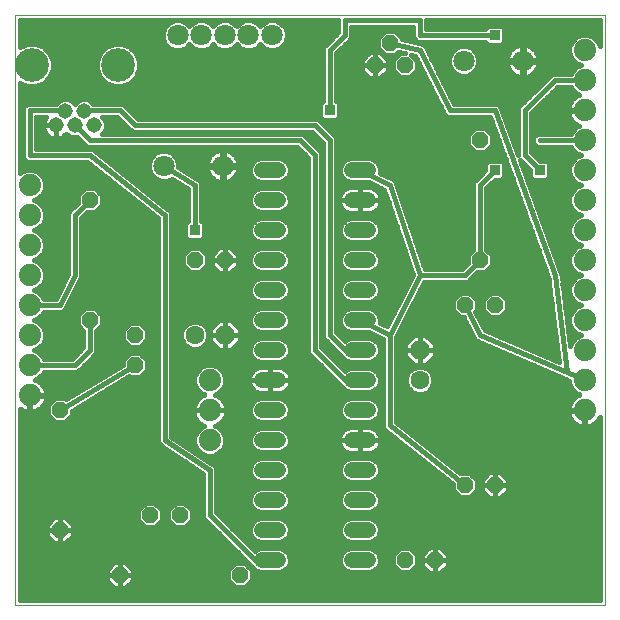
<source format=gbl>
G75*
%MOIN*%
%OFA0B0*%
%FSLAX25Y25*%
%IPPOS*%
%LPD*%
%AMOC8*
5,1,8,0,0,1.08239X$1,22.5*
%
%ADD10C,0.00000*%
%ADD11OC8,0.05200*%
%ADD12C,0.06300*%
%ADD13OC8,0.06300*%
%ADD14C,0.05200*%
%ADD15C,0.05150*%
%ADD16C,0.11220*%
%ADD17C,0.07400*%
%ADD18C,0.07087*%
%ADD19C,0.01600*%
%ADD20R,0.03562X0.03562*%
D10*
X0001800Y0001800D02*
X0001800Y0198650D01*
X0198650Y0198650D01*
X0198650Y0001800D01*
X0001800Y0001800D01*
D11*
X0016800Y0026800D03*
X0036800Y0011800D03*
X0046800Y0031800D03*
X0056800Y0031800D03*
X0076800Y0011800D03*
X0131800Y0016800D03*
X0141800Y0016800D03*
X0151800Y0041800D03*
X0161800Y0041800D03*
X0161800Y0101800D03*
X0151800Y0101800D03*
X0156800Y0116800D03*
X0156800Y0156800D03*
X0131800Y0181800D03*
X0126800Y0189300D03*
X0121800Y0181800D03*
X0071800Y0116800D03*
X0061800Y0116800D03*
X0041800Y0091800D03*
X0041800Y0081800D03*
X0026800Y0096800D03*
X0016800Y0066800D03*
X0026800Y0136800D03*
D12*
X0061800Y0091800D03*
X0136800Y0076800D03*
D13*
X0136800Y0086800D03*
X0071800Y0091800D03*
D14*
X0084200Y0086800D02*
X0089400Y0086800D01*
X0089400Y0076800D02*
X0084200Y0076800D01*
X0084200Y0066800D02*
X0089400Y0066800D01*
X0089400Y0056800D02*
X0084200Y0056800D01*
X0084200Y0046800D02*
X0089400Y0046800D01*
X0089400Y0036800D02*
X0084200Y0036800D01*
X0084200Y0026800D02*
X0089400Y0026800D01*
X0089400Y0016800D02*
X0084200Y0016800D01*
X0114200Y0016800D02*
X0119400Y0016800D01*
X0119400Y0026800D02*
X0114200Y0026800D01*
X0114200Y0036800D02*
X0119400Y0036800D01*
X0119400Y0046800D02*
X0114200Y0046800D01*
X0114200Y0056800D02*
X0119400Y0056800D01*
X0119400Y0066800D02*
X0114200Y0066800D01*
X0114200Y0076800D02*
X0119400Y0076800D01*
X0119400Y0086800D02*
X0114200Y0086800D01*
X0114200Y0096800D02*
X0119400Y0096800D01*
X0119400Y0106800D02*
X0114200Y0106800D01*
X0114200Y0116800D02*
X0119400Y0116800D01*
X0119400Y0126800D02*
X0114200Y0126800D01*
X0114200Y0136800D02*
X0119400Y0136800D01*
X0119400Y0146800D02*
X0114200Y0146800D01*
X0089400Y0146800D02*
X0084200Y0146800D01*
X0084200Y0136800D02*
X0089400Y0136800D01*
X0089400Y0126800D02*
X0084200Y0126800D01*
X0084200Y0116800D02*
X0089400Y0116800D01*
X0089400Y0106800D02*
X0084200Y0106800D01*
X0084200Y0096800D02*
X0089400Y0096800D01*
D15*
X0028099Y0161721D03*
X0024950Y0166446D03*
X0021800Y0161721D03*
X0018650Y0166446D03*
X0015501Y0161721D03*
D16*
X0007430Y0181800D03*
X0036170Y0181800D03*
D17*
X0006800Y0141800D03*
X0006800Y0131800D03*
X0006800Y0121800D03*
X0006800Y0111800D03*
X0006800Y0101800D03*
X0006800Y0091800D03*
X0006800Y0081800D03*
X0006800Y0071800D03*
X0066800Y0066800D03*
X0066800Y0076800D03*
X0066800Y0056800D03*
X0191800Y0066800D03*
X0191800Y0076800D03*
X0191800Y0086800D03*
X0191800Y0096800D03*
X0191800Y0106800D03*
X0191800Y0116800D03*
X0191800Y0126800D03*
X0191800Y0136800D03*
X0191800Y0146800D03*
X0191800Y0156800D03*
X0191800Y0166800D03*
X0191800Y0176800D03*
X0191800Y0186800D03*
D18*
X0171111Y0183237D03*
X0151426Y0183237D03*
X0087548Y0191800D03*
X0079674Y0191800D03*
X0071800Y0191800D03*
X0063926Y0191800D03*
X0056052Y0191800D03*
X0051426Y0148237D03*
X0071111Y0148237D03*
D19*
X0070730Y0147856D02*
X0065768Y0147856D01*
X0065768Y0147816D01*
X0065899Y0146986D01*
X0066159Y0146186D01*
X0066541Y0145437D01*
X0067035Y0144756D01*
X0067630Y0144161D01*
X0068311Y0143667D01*
X0069060Y0143285D01*
X0069860Y0143025D01*
X0070690Y0142894D01*
X0070730Y0142894D01*
X0070730Y0147856D01*
X0070730Y0148618D01*
X0065768Y0148618D01*
X0065768Y0148658D01*
X0065899Y0149488D01*
X0066159Y0150288D01*
X0066541Y0151038D01*
X0067035Y0151718D01*
X0067630Y0152313D01*
X0068311Y0152807D01*
X0069060Y0153189D01*
X0069860Y0153449D01*
X0070690Y0153580D01*
X0070730Y0153580D01*
X0070730Y0148618D01*
X0071492Y0148618D01*
X0071492Y0153580D01*
X0071532Y0153580D01*
X0072362Y0153449D01*
X0073162Y0153189D01*
X0073912Y0152807D01*
X0074592Y0152313D01*
X0075187Y0151718D01*
X0075681Y0151038D01*
X0076063Y0150288D01*
X0076323Y0149488D01*
X0076454Y0148658D01*
X0076454Y0148618D01*
X0071492Y0148618D01*
X0071492Y0147856D01*
X0076454Y0147856D01*
X0076454Y0147816D01*
X0076323Y0146986D01*
X0076063Y0146186D01*
X0075681Y0145437D01*
X0075187Y0144756D01*
X0074592Y0144161D01*
X0073912Y0143667D01*
X0073162Y0143285D01*
X0072362Y0143025D01*
X0071532Y0142894D01*
X0071492Y0142894D01*
X0071492Y0147856D01*
X0070730Y0147856D01*
X0070730Y0147265D02*
X0071492Y0147265D01*
X0071492Y0148863D02*
X0070730Y0148863D01*
X0070730Y0150462D02*
X0071492Y0150462D01*
X0071492Y0152060D02*
X0070730Y0152060D01*
X0067378Y0152060D02*
X0054594Y0152060D01*
X0054226Y0152428D02*
X0052409Y0153180D01*
X0050443Y0153180D01*
X0048626Y0152428D01*
X0047235Y0151037D01*
X0046483Y0149220D01*
X0046483Y0147254D01*
X0047235Y0145437D01*
X0048626Y0144046D01*
X0050443Y0143294D01*
X0052409Y0143294D01*
X0054095Y0143992D01*
X0059600Y0140576D01*
X0059600Y0129981D01*
X0059439Y0129981D01*
X0058619Y0129161D01*
X0058619Y0124439D01*
X0059439Y0123619D01*
X0064161Y0123619D01*
X0064981Y0124439D01*
X0064981Y0129161D01*
X0064161Y0129981D01*
X0064000Y0129981D01*
X0064000Y0141173D01*
X0064150Y0141414D01*
X0064000Y0142054D01*
X0064000Y0142711D01*
X0063799Y0142912D01*
X0063734Y0143189D01*
X0063176Y0143535D01*
X0062711Y0144000D01*
X0062427Y0144000D01*
X0056369Y0147759D01*
X0056369Y0149220D01*
X0055617Y0151037D01*
X0054226Y0152428D01*
X0055855Y0150462D02*
X0066248Y0150462D01*
X0065800Y0148863D02*
X0056369Y0148863D01*
X0057166Y0147265D02*
X0065855Y0147265D01*
X0066424Y0145666D02*
X0059742Y0145666D01*
X0062318Y0144068D02*
X0067759Y0144068D01*
X0070730Y0144068D02*
X0071492Y0144068D01*
X0071492Y0145666D02*
X0070730Y0145666D01*
X0074463Y0144068D02*
X0081276Y0144068D01*
X0080809Y0144534D02*
X0081934Y0143409D01*
X0083404Y0142800D01*
X0090196Y0142800D01*
X0091666Y0143409D01*
X0092791Y0144534D01*
X0093400Y0146004D01*
X0093400Y0147596D01*
X0092791Y0149066D01*
X0091666Y0150191D01*
X0090196Y0150800D01*
X0083404Y0150800D01*
X0081934Y0150191D01*
X0080809Y0149066D01*
X0080200Y0147596D01*
X0080200Y0146004D01*
X0080809Y0144534D01*
X0080340Y0145666D02*
X0075798Y0145666D01*
X0076367Y0147265D02*
X0080200Y0147265D01*
X0080725Y0148863D02*
X0076422Y0148863D01*
X0075974Y0150462D02*
X0082587Y0150462D01*
X0074845Y0152060D02*
X0098429Y0152060D01*
X0099600Y0150889D02*
X0095889Y0154600D01*
X0025810Y0154600D01*
X0022642Y0157768D01*
X0022591Y0157746D01*
X0021009Y0157746D01*
X0019548Y0158352D01*
X0018918Y0158982D01*
X0018838Y0158871D01*
X0018351Y0158384D01*
X0017794Y0157980D01*
X0017180Y0157667D01*
X0016525Y0157454D01*
X0015845Y0157346D01*
X0015501Y0157346D01*
X0015501Y0161721D01*
X0015501Y0161721D01*
X0015501Y0157346D01*
X0015156Y0157346D01*
X0014476Y0157454D01*
X0013821Y0157667D01*
X0013208Y0157980D01*
X0012651Y0158384D01*
X0012164Y0158871D01*
X0011759Y0159428D01*
X0011446Y0160042D01*
X0011234Y0160697D01*
X0011126Y0161377D01*
X0011126Y0161721D01*
X0015501Y0161721D01*
X0015501Y0161721D01*
X0011126Y0161721D01*
X0011126Y0162066D01*
X0011234Y0162746D01*
X0011446Y0163401D01*
X0011759Y0164014D01*
X0012164Y0164571D01*
X0012193Y0164600D01*
X0009000Y0164600D01*
X0009000Y0154000D01*
X0026678Y0154000D01*
X0027463Y0154087D01*
X0027572Y0154000D01*
X0027711Y0154000D01*
X0028269Y0153442D01*
X0052572Y0134000D01*
X0052711Y0134000D01*
X0053270Y0133442D01*
X0053886Y0132949D01*
X0053901Y0132810D01*
X0054000Y0132711D01*
X0054000Y0131922D01*
X0054087Y0131137D01*
X0054000Y0131028D01*
X0054000Y0057977D01*
X0067466Y0049000D01*
X0067711Y0049000D01*
X0068202Y0048510D01*
X0068779Y0048125D01*
X0068827Y0047885D01*
X0069000Y0047711D01*
X0069000Y0047018D01*
X0069136Y0046338D01*
X0069000Y0046134D01*
X0069000Y0032711D01*
X0081727Y0019984D01*
X0081934Y0020191D01*
X0083404Y0020800D01*
X0090196Y0020800D01*
X0091666Y0020191D01*
X0092791Y0019066D01*
X0093400Y0017596D01*
X0093400Y0016004D01*
X0092791Y0014534D01*
X0091666Y0013409D01*
X0090196Y0012800D01*
X0083404Y0012800D01*
X0081934Y0013409D01*
X0080809Y0014534D01*
X0080706Y0014783D01*
X0065889Y0029600D01*
X0064600Y0030889D01*
X0064600Y0045623D01*
X0051134Y0054600D01*
X0050889Y0054600D01*
X0050398Y0055090D01*
X0049821Y0055475D01*
X0049773Y0055715D01*
X0049600Y0055889D01*
X0049600Y0056582D01*
X0049464Y0057262D01*
X0049600Y0057466D01*
X0049600Y0130743D01*
X0026028Y0149600D01*
X0005889Y0149600D01*
X0004600Y0150889D01*
X0004600Y0167711D01*
X0005889Y0169000D01*
X0015584Y0169000D01*
X0016399Y0169815D01*
X0017860Y0170420D01*
X0019441Y0170420D01*
X0020902Y0169815D01*
X0021800Y0168917D01*
X0022698Y0169815D01*
X0024159Y0170420D01*
X0025740Y0170420D01*
X0027201Y0169815D01*
X0028016Y0169000D01*
X0037711Y0169000D01*
X0039000Y0167711D01*
X0042711Y0164000D01*
X0102711Y0164000D01*
X0104000Y0162711D01*
X0109000Y0157711D01*
X0109000Y0092711D01*
X0111727Y0089984D01*
X0111934Y0090191D01*
X0113404Y0090800D01*
X0120196Y0090800D01*
X0121666Y0090191D01*
X0122791Y0089066D01*
X0123400Y0087596D01*
X0123400Y0086004D01*
X0122791Y0084534D01*
X0121666Y0083409D01*
X0120196Y0082800D01*
X0113404Y0082800D01*
X0111934Y0083409D01*
X0110809Y0084534D01*
X0110706Y0084783D01*
X0105889Y0089600D01*
X0105889Y0089600D01*
X0104600Y0090889D01*
X0104600Y0155889D01*
X0100889Y0159600D01*
X0040889Y0159600D01*
X0035889Y0164600D01*
X0030842Y0164600D01*
X0031469Y0163973D01*
X0032074Y0162512D01*
X0032074Y0160931D01*
X0031469Y0159470D01*
X0030999Y0159000D01*
X0097711Y0159000D01*
X0099000Y0157711D01*
X0104000Y0152711D01*
X0104000Y0087711D01*
X0111727Y0079984D01*
X0111934Y0080191D01*
X0113404Y0080800D01*
X0120196Y0080800D01*
X0121666Y0080191D01*
X0122791Y0079066D01*
X0123400Y0077596D01*
X0123400Y0076004D01*
X0122791Y0074534D01*
X0121666Y0073409D01*
X0120196Y0072800D01*
X0113404Y0072800D01*
X0111934Y0073409D01*
X0110809Y0074534D01*
X0110706Y0074783D01*
X0100889Y0084600D01*
X0099600Y0085889D01*
X0099600Y0150889D01*
X0099600Y0150462D02*
X0091013Y0150462D01*
X0092875Y0148863D02*
X0099600Y0148863D01*
X0099600Y0147265D02*
X0093400Y0147265D01*
X0093260Y0145666D02*
X0099600Y0145666D01*
X0099600Y0144068D02*
X0092324Y0144068D01*
X0090196Y0140800D02*
X0091666Y0140191D01*
X0092791Y0139066D01*
X0093400Y0137596D01*
X0093400Y0136004D01*
X0092791Y0134534D01*
X0091666Y0133409D01*
X0090196Y0132800D01*
X0083404Y0132800D01*
X0081934Y0133409D01*
X0080809Y0134534D01*
X0080200Y0136004D01*
X0080200Y0137596D01*
X0080809Y0139066D01*
X0081934Y0140191D01*
X0083404Y0140800D01*
X0090196Y0140800D01*
X0092585Y0139272D02*
X0099600Y0139272D01*
X0099600Y0140870D02*
X0064000Y0140870D01*
X0064000Y0139272D02*
X0081015Y0139272D01*
X0080232Y0137673D02*
X0064000Y0137673D01*
X0064000Y0136075D02*
X0080200Y0136075D01*
X0080867Y0134476D02*
X0064000Y0134476D01*
X0064000Y0132878D02*
X0083216Y0132878D01*
X0083404Y0130800D02*
X0081934Y0130191D01*
X0080809Y0129066D01*
X0080200Y0127596D01*
X0080200Y0126004D01*
X0080809Y0124534D01*
X0081934Y0123409D01*
X0083404Y0122800D01*
X0090196Y0122800D01*
X0091666Y0123409D01*
X0092791Y0124534D01*
X0093400Y0126004D01*
X0093400Y0127596D01*
X0092791Y0129066D01*
X0091666Y0130191D01*
X0090196Y0130800D01*
X0083404Y0130800D01*
X0081424Y0129681D02*
X0064461Y0129681D01*
X0064000Y0131279D02*
X0099600Y0131279D01*
X0099600Y0129681D02*
X0092176Y0129681D01*
X0093198Y0128082D02*
X0099600Y0128082D01*
X0099600Y0126484D02*
X0093400Y0126484D01*
X0092936Y0124885D02*
X0099600Y0124885D01*
X0099600Y0123287D02*
X0091371Y0123287D01*
X0090196Y0120800D02*
X0091666Y0120191D01*
X0092791Y0119066D01*
X0093400Y0117596D01*
X0093400Y0116004D01*
X0092791Y0114534D01*
X0091666Y0113409D01*
X0090196Y0112800D01*
X0083404Y0112800D01*
X0081934Y0113409D01*
X0080809Y0114534D01*
X0080200Y0116004D01*
X0080200Y0117596D01*
X0080809Y0119066D01*
X0081934Y0120191D01*
X0083404Y0120800D01*
X0090196Y0120800D01*
X0091767Y0120090D02*
X0099600Y0120090D01*
X0099600Y0121688D02*
X0054000Y0121688D01*
X0054000Y0120090D02*
X0059433Y0120090D01*
X0060143Y0120800D02*
X0057800Y0118457D01*
X0057800Y0115143D01*
X0060143Y0112800D01*
X0063457Y0112800D01*
X0065800Y0115143D01*
X0065800Y0118457D01*
X0063457Y0120800D01*
X0060143Y0120800D01*
X0057834Y0118491D02*
X0054000Y0118491D01*
X0054000Y0116893D02*
X0057800Y0116893D01*
X0057800Y0115294D02*
X0054000Y0115294D01*
X0054000Y0113696D02*
X0059247Y0113696D01*
X0054000Y0112097D02*
X0099600Y0112097D01*
X0099600Y0110499D02*
X0090923Y0110499D01*
X0090196Y0110800D02*
X0091666Y0110191D01*
X0092791Y0109066D01*
X0093400Y0107596D01*
X0093400Y0106004D01*
X0092791Y0104534D01*
X0091666Y0103409D01*
X0090196Y0102800D01*
X0083404Y0102800D01*
X0081934Y0103409D01*
X0080809Y0104534D01*
X0080200Y0106004D01*
X0080200Y0107596D01*
X0080809Y0109066D01*
X0081934Y0110191D01*
X0083404Y0110800D01*
X0090196Y0110800D01*
X0092860Y0108900D02*
X0099600Y0108900D01*
X0099600Y0107302D02*
X0093400Y0107302D01*
X0093275Y0105703D02*
X0099600Y0105703D01*
X0099600Y0104105D02*
X0092362Y0104105D01*
X0090196Y0100800D02*
X0091666Y0100191D01*
X0092791Y0099066D01*
X0093400Y0097596D01*
X0093400Y0096004D01*
X0092791Y0094534D01*
X0091666Y0093409D01*
X0090196Y0092800D01*
X0083404Y0092800D01*
X0081934Y0093409D01*
X0080809Y0094534D01*
X0080200Y0096004D01*
X0080200Y0097596D01*
X0080809Y0099066D01*
X0081934Y0100191D01*
X0083404Y0100800D01*
X0090196Y0100800D01*
X0092548Y0099309D02*
X0099600Y0099309D01*
X0099600Y0097711D02*
X0093352Y0097711D01*
X0093400Y0096112D02*
X0099600Y0096112D01*
X0099600Y0094514D02*
X0092771Y0094514D01*
X0090474Y0092915D02*
X0099600Y0092915D01*
X0099600Y0091317D02*
X0076750Y0091317D01*
X0076750Y0091800D02*
X0071800Y0091800D01*
X0076750Y0091800D01*
X0076750Y0093850D01*
X0073850Y0096750D01*
X0071800Y0096750D01*
X0071800Y0091800D01*
X0071800Y0091800D01*
X0071800Y0091800D01*
X0071800Y0086850D01*
X0073850Y0086850D01*
X0076750Y0089750D01*
X0076750Y0091800D01*
X0076750Y0092915D02*
X0083126Y0092915D01*
X0083404Y0090800D02*
X0081934Y0090191D01*
X0080809Y0089066D01*
X0080200Y0087596D01*
X0080200Y0086004D01*
X0080809Y0084534D01*
X0081934Y0083409D01*
X0083404Y0082800D01*
X0090196Y0082800D01*
X0091666Y0083409D01*
X0092791Y0084534D01*
X0093400Y0086004D01*
X0093400Y0087596D01*
X0092791Y0089066D01*
X0091666Y0090191D01*
X0090196Y0090800D01*
X0083404Y0090800D01*
X0081461Y0089718D02*
X0076718Y0089718D01*
X0075120Y0088120D02*
X0080417Y0088120D01*
X0080200Y0086521D02*
X0054000Y0086521D01*
X0054000Y0084923D02*
X0080648Y0084923D01*
X0082139Y0083324D02*
X0054000Y0083324D01*
X0054000Y0081726D02*
X0065364Y0081726D01*
X0065786Y0081900D02*
X0063911Y0081124D01*
X0062476Y0079689D01*
X0061700Y0077814D01*
X0061700Y0075786D01*
X0062476Y0073911D01*
X0063911Y0072476D01*
X0065037Y0072010D01*
X0064689Y0071897D01*
X0063917Y0071504D01*
X0063217Y0070995D01*
X0062605Y0070383D01*
X0062096Y0069683D01*
X0061703Y0068911D01*
X0061435Y0068088D01*
X0061300Y0067233D01*
X0061300Y0066800D01*
X0066800Y0066800D01*
X0072300Y0066800D01*
X0072300Y0067233D01*
X0072165Y0068088D01*
X0071897Y0068911D01*
X0071504Y0069683D01*
X0070995Y0070383D01*
X0070383Y0070995D01*
X0069683Y0071504D01*
X0068911Y0071897D01*
X0068563Y0072010D01*
X0069689Y0072476D01*
X0071124Y0073911D01*
X0071900Y0075786D01*
X0071900Y0077814D01*
X0071124Y0079689D01*
X0069689Y0081124D01*
X0067814Y0081900D01*
X0065786Y0081900D01*
X0062915Y0080127D02*
X0054000Y0080127D01*
X0054000Y0078529D02*
X0061996Y0078529D01*
X0061700Y0076930D02*
X0054000Y0076930D01*
X0054000Y0075332D02*
X0061888Y0075332D01*
X0062654Y0073733D02*
X0054000Y0073733D01*
X0054000Y0072134D02*
X0064737Y0072134D01*
X0062758Y0070536D02*
X0054000Y0070536D01*
X0054000Y0068937D02*
X0061716Y0068937D01*
X0061317Y0067339D02*
X0054000Y0067339D01*
X0054000Y0065740D02*
X0061399Y0065740D01*
X0061435Y0065512D02*
X0061703Y0064689D01*
X0062096Y0063917D01*
X0062605Y0063217D01*
X0063217Y0062605D01*
X0063917Y0062096D01*
X0064689Y0061703D01*
X0065037Y0061590D01*
X0063911Y0061124D01*
X0062476Y0059689D01*
X0061700Y0057814D01*
X0061700Y0055786D01*
X0062476Y0053911D01*
X0063911Y0052476D01*
X0065786Y0051700D01*
X0067814Y0051700D01*
X0069689Y0052476D01*
X0071124Y0053911D01*
X0071900Y0055786D01*
X0071900Y0057814D01*
X0071124Y0059689D01*
X0069689Y0061124D01*
X0068563Y0061590D01*
X0068911Y0061703D01*
X0069683Y0062096D01*
X0070383Y0062605D01*
X0070995Y0063217D01*
X0071504Y0063917D01*
X0071897Y0064689D01*
X0072165Y0065512D01*
X0072300Y0066367D01*
X0072300Y0066800D01*
X0066800Y0066800D01*
X0066800Y0066800D01*
X0066800Y0066800D01*
X0061300Y0066800D01*
X0061300Y0066367D01*
X0061435Y0065512D01*
X0061982Y0064142D02*
X0054000Y0064142D01*
X0054000Y0062543D02*
X0063302Y0062543D01*
X0063732Y0060945D02*
X0054000Y0060945D01*
X0054000Y0059346D02*
X0062335Y0059346D01*
X0061700Y0057748D02*
X0054344Y0057748D01*
X0051800Y0056800D02*
X0051800Y0131800D01*
X0026800Y0151800D01*
X0006800Y0151800D01*
X0006800Y0166800D01*
X0016800Y0166800D01*
X0018650Y0166446D01*
X0021074Y0169644D02*
X0022526Y0169644D01*
X0025304Y0166800D02*
X0024950Y0166446D01*
X0025304Y0166800D02*
X0036800Y0166800D01*
X0041800Y0161800D01*
X0101800Y0161800D01*
X0106800Y0156800D01*
X0106800Y0091800D01*
X0111800Y0086800D01*
X0116800Y0086800D01*
X0121461Y0083324D02*
X0124600Y0083324D01*
X0124600Y0081726D02*
X0109986Y0081726D01*
X0108387Y0083324D02*
X0112139Y0083324D01*
X0110566Y0084923D02*
X0106789Y0084923D01*
X0105190Y0086521D02*
X0108968Y0086521D01*
X0107369Y0088120D02*
X0104000Y0088120D01*
X0104000Y0089718D02*
X0105771Y0089718D01*
X0104600Y0091317D02*
X0104000Y0091317D01*
X0104000Y0092915D02*
X0104600Y0092915D01*
X0104600Y0094514D02*
X0104000Y0094514D01*
X0104000Y0096112D02*
X0104600Y0096112D01*
X0104600Y0097711D02*
X0104000Y0097711D01*
X0104000Y0099309D02*
X0104600Y0099309D01*
X0104600Y0100908D02*
X0104000Y0100908D01*
X0104000Y0102506D02*
X0104600Y0102506D01*
X0104600Y0104105D02*
X0104000Y0104105D01*
X0104000Y0105703D02*
X0104600Y0105703D01*
X0104600Y0107302D02*
X0104000Y0107302D01*
X0104000Y0108900D02*
X0104600Y0108900D01*
X0104600Y0110499D02*
X0104000Y0110499D01*
X0104000Y0112097D02*
X0104600Y0112097D01*
X0104600Y0113696D02*
X0104000Y0113696D01*
X0104000Y0115294D02*
X0104600Y0115294D01*
X0104600Y0116893D02*
X0104000Y0116893D01*
X0104000Y0118491D02*
X0104600Y0118491D01*
X0104600Y0120090D02*
X0104000Y0120090D01*
X0104000Y0121688D02*
X0104600Y0121688D01*
X0104600Y0123287D02*
X0104000Y0123287D01*
X0104000Y0124885D02*
X0104600Y0124885D01*
X0104600Y0126484D02*
X0104000Y0126484D01*
X0104000Y0128082D02*
X0104600Y0128082D01*
X0104600Y0129681D02*
X0104000Y0129681D01*
X0104000Y0131279D02*
X0104600Y0131279D01*
X0104600Y0132878D02*
X0104000Y0132878D01*
X0104000Y0134476D02*
X0104600Y0134476D01*
X0104600Y0136075D02*
X0104000Y0136075D01*
X0104000Y0137673D02*
X0104600Y0137673D01*
X0104600Y0139272D02*
X0104000Y0139272D01*
X0104000Y0140870D02*
X0104600Y0140870D01*
X0104600Y0142469D02*
X0104000Y0142469D01*
X0104000Y0144068D02*
X0104600Y0144068D01*
X0104600Y0145666D02*
X0104000Y0145666D01*
X0104000Y0147265D02*
X0104600Y0147265D01*
X0104600Y0148863D02*
X0104000Y0148863D01*
X0104000Y0150462D02*
X0104600Y0150462D01*
X0104600Y0152060D02*
X0104000Y0152060D01*
X0104600Y0153659D02*
X0103053Y0153659D01*
X0104600Y0155257D02*
X0101454Y0155257D01*
X0099856Y0156856D02*
X0103633Y0156856D01*
X0102035Y0158454D02*
X0098257Y0158454D01*
X0096800Y0156800D02*
X0026721Y0156800D01*
X0021800Y0161721D01*
X0019446Y0158454D02*
X0018421Y0158454D01*
X0015501Y0158454D02*
X0015501Y0158454D01*
X0015501Y0160053D02*
X0015501Y0160053D01*
X0015501Y0161651D02*
X0015501Y0161651D01*
X0012581Y0158454D02*
X0009000Y0158454D01*
X0009000Y0156856D02*
X0023554Y0156856D01*
X0025153Y0155257D02*
X0009000Y0155257D01*
X0004600Y0155257D02*
X0003600Y0155257D01*
X0003600Y0153659D02*
X0004600Y0153659D01*
X0004600Y0152060D02*
X0003600Y0152060D01*
X0003600Y0150462D02*
X0005027Y0150462D01*
X0003600Y0148863D02*
X0026949Y0148863D01*
X0028948Y0147265D02*
X0003600Y0147265D01*
X0003911Y0146124D02*
X0003600Y0145812D01*
X0003600Y0175799D01*
X0006035Y0174790D01*
X0008824Y0174790D01*
X0011401Y0175857D01*
X0013373Y0177829D01*
X0014440Y0180406D01*
X0014440Y0183194D01*
X0013373Y0185771D01*
X0011401Y0187743D01*
X0008824Y0188810D01*
X0006035Y0188810D01*
X0003600Y0187801D01*
X0003600Y0196800D01*
X0109600Y0196800D01*
X0109600Y0192711D01*
X0105889Y0189000D01*
X0104600Y0187711D01*
X0104600Y0169981D01*
X0104439Y0169981D01*
X0103619Y0169161D01*
X0103619Y0164439D01*
X0104439Y0163619D01*
X0109161Y0163619D01*
X0109981Y0164439D01*
X0109981Y0169161D01*
X0109161Y0169981D01*
X0109000Y0169981D01*
X0109000Y0185889D01*
X0112711Y0189600D01*
X0112711Y0189600D01*
X0114000Y0190889D01*
X0114000Y0194600D01*
X0134600Y0194600D01*
X0134600Y0190889D01*
X0135889Y0189600D01*
X0158619Y0189600D01*
X0158619Y0189439D01*
X0159439Y0188619D01*
X0164161Y0188619D01*
X0164981Y0189439D01*
X0164981Y0194161D01*
X0164161Y0194981D01*
X0159439Y0194981D01*
X0158619Y0194161D01*
X0158619Y0194000D01*
X0139000Y0194000D01*
X0139000Y0196800D01*
X0196800Y0196800D01*
X0196800Y0188056D01*
X0196124Y0189689D01*
X0194689Y0191124D01*
X0192814Y0191900D01*
X0190786Y0191900D01*
X0188911Y0191124D01*
X0187476Y0189689D01*
X0186700Y0187814D01*
X0186700Y0185786D01*
X0187476Y0183911D01*
X0188911Y0182476D01*
X0190544Y0181800D01*
X0188911Y0181124D01*
X0187476Y0179689D01*
X0187191Y0179000D01*
X0180889Y0179000D01*
X0169600Y0167711D01*
X0169600Y0151788D01*
X0164000Y0167188D01*
X0164000Y0167711D01*
X0163701Y0168011D01*
X0163556Y0168408D01*
X0163082Y0168630D01*
X0162711Y0169000D01*
X0162288Y0169000D01*
X0161905Y0169179D01*
X0161412Y0169000D01*
X0148160Y0169000D01*
X0139132Y0187056D01*
X0139155Y0187150D01*
X0138730Y0187859D01*
X0138360Y0188599D01*
X0138268Y0188630D01*
X0138218Y0188713D01*
X0137416Y0188914D01*
X0136631Y0189175D01*
X0136544Y0189132D01*
X0130800Y0190568D01*
X0130800Y0190957D01*
X0128457Y0193300D01*
X0125143Y0193300D01*
X0122800Y0190957D01*
X0122800Y0187643D01*
X0125143Y0185300D01*
X0128457Y0185300D01*
X0129511Y0186354D01*
X0131729Y0185800D01*
X0130143Y0185800D01*
X0127800Y0183457D01*
X0127800Y0180143D01*
X0130143Y0177800D01*
X0133457Y0177800D01*
X0135800Y0180143D01*
X0135800Y0183457D01*
X0134033Y0185224D01*
X0135285Y0184911D01*
X0144600Y0166281D01*
X0144600Y0165889D01*
X0144992Y0165497D01*
X0145240Y0165001D01*
X0145612Y0164877D01*
X0145889Y0164600D01*
X0146443Y0164600D01*
X0146969Y0164425D01*
X0147319Y0164600D01*
X0160259Y0164600D01*
X0179647Y0111284D01*
X0183117Y0082915D01*
X0158407Y0093505D01*
X0155325Y0099669D01*
X0155800Y0100143D01*
X0155800Y0103457D01*
X0153457Y0105800D01*
X0150143Y0105800D01*
X0147800Y0103457D01*
X0147800Y0100143D01*
X0150143Y0097800D01*
X0151340Y0097800D01*
X0154791Y0090898D01*
X0155096Y0090137D01*
X0155193Y0090095D01*
X0155240Y0090001D01*
X0156018Y0089742D01*
X0184636Y0077477D01*
X0185128Y0077092D01*
X0185444Y0077130D01*
X0185736Y0077005D01*
X0185736Y0077005D01*
X0186700Y0076592D01*
X0186700Y0075786D01*
X0187476Y0073911D01*
X0188911Y0072476D01*
X0190037Y0072010D01*
X0189689Y0071897D01*
X0188917Y0071504D01*
X0188217Y0070995D01*
X0187605Y0070383D01*
X0187096Y0069683D01*
X0186703Y0068911D01*
X0186435Y0068088D01*
X0186300Y0067233D01*
X0186300Y0067000D01*
X0191600Y0067000D01*
X0191600Y0066600D01*
X0192000Y0066600D01*
X0192000Y0061300D01*
X0192233Y0061300D01*
X0193088Y0061435D01*
X0193911Y0061703D01*
X0194683Y0062096D01*
X0195383Y0062605D01*
X0195995Y0063217D01*
X0196504Y0063917D01*
X0196800Y0064498D01*
X0196800Y0003600D01*
X0003600Y0003600D01*
X0003600Y0067327D01*
X0003917Y0067096D01*
X0004689Y0066703D01*
X0005512Y0066435D01*
X0006367Y0066300D01*
X0006600Y0066300D01*
X0006600Y0071600D01*
X0007000Y0071600D01*
X0007000Y0072000D01*
X0012300Y0072000D01*
X0012300Y0072233D01*
X0012165Y0073088D01*
X0011897Y0073911D01*
X0011504Y0074683D01*
X0010995Y0075383D01*
X0010383Y0075995D01*
X0009683Y0076504D01*
X0008911Y0076897D01*
X0008563Y0077010D01*
X0009689Y0077476D01*
X0011124Y0078911D01*
X0011409Y0079600D01*
X0022711Y0079600D01*
X0027711Y0084600D01*
X0029000Y0085889D01*
X0029000Y0093343D01*
X0030800Y0095143D01*
X0030800Y0098457D01*
X0028457Y0100800D01*
X0025143Y0100800D01*
X0022800Y0098457D01*
X0022800Y0095143D01*
X0024600Y0093343D01*
X0024600Y0087711D01*
X0020889Y0084000D01*
X0011409Y0084000D01*
X0011124Y0084689D01*
X0009689Y0086124D01*
X0008056Y0086800D01*
X0009689Y0087476D01*
X0011124Y0088911D01*
X0011900Y0090786D01*
X0011900Y0092814D01*
X0011124Y0094689D01*
X0009689Y0096124D01*
X0008056Y0096800D01*
X0009689Y0097476D01*
X0011124Y0098911D01*
X0011409Y0099600D01*
X0016281Y0099600D01*
X0016631Y0099425D01*
X0017157Y0099600D01*
X0017711Y0099600D01*
X0017988Y0099877D01*
X0018360Y0100001D01*
X0018608Y0100497D01*
X0019000Y0100889D01*
X0019000Y0101281D01*
X0023608Y0110497D01*
X0024000Y0110889D01*
X0024000Y0111281D01*
X0024175Y0111631D01*
X0024000Y0112157D01*
X0024000Y0130889D01*
X0025911Y0132800D01*
X0028457Y0132800D01*
X0030800Y0135143D01*
X0030800Y0138457D01*
X0028457Y0140800D01*
X0025143Y0140800D01*
X0022800Y0138457D01*
X0022800Y0135911D01*
X0019600Y0132711D01*
X0019600Y0112319D01*
X0015440Y0104000D01*
X0011409Y0104000D01*
X0011124Y0104689D01*
X0009689Y0106124D01*
X0008056Y0106800D01*
X0009689Y0107476D01*
X0011124Y0108911D01*
X0011900Y0110786D01*
X0011900Y0112814D01*
X0011124Y0114689D01*
X0009689Y0116124D01*
X0008056Y0116800D01*
X0009689Y0117476D01*
X0011124Y0118911D01*
X0011900Y0120786D01*
X0011900Y0122814D01*
X0011124Y0124689D01*
X0009689Y0126124D01*
X0008056Y0126800D01*
X0009689Y0127476D01*
X0011124Y0128911D01*
X0011900Y0130786D01*
X0011900Y0132814D01*
X0011124Y0134689D01*
X0009689Y0136124D01*
X0008056Y0136800D01*
X0009689Y0137476D01*
X0011124Y0138911D01*
X0011900Y0140786D01*
X0011900Y0142814D01*
X0011124Y0144689D01*
X0009689Y0146124D01*
X0007814Y0146900D01*
X0005786Y0146900D01*
X0003911Y0146124D01*
X0010146Y0145666D02*
X0030946Y0145666D01*
X0032944Y0144068D02*
X0011381Y0144068D01*
X0011900Y0142469D02*
X0034942Y0142469D01*
X0036940Y0140870D02*
X0011900Y0140870D01*
X0011273Y0139272D02*
X0023615Y0139272D01*
X0022800Y0137673D02*
X0009886Y0137673D01*
X0009738Y0136075D02*
X0022800Y0136075D01*
X0021365Y0134476D02*
X0011212Y0134476D01*
X0011874Y0132878D02*
X0019767Y0132878D01*
X0019600Y0131279D02*
X0011900Y0131279D01*
X0011442Y0129681D02*
X0019600Y0129681D01*
X0019600Y0128082D02*
X0010295Y0128082D01*
X0008819Y0126484D02*
X0019600Y0126484D01*
X0019600Y0124885D02*
X0010927Y0124885D01*
X0011704Y0123287D02*
X0019600Y0123287D01*
X0019600Y0121688D02*
X0011900Y0121688D01*
X0011612Y0120090D02*
X0019600Y0120090D01*
X0019600Y0118491D02*
X0010704Y0118491D01*
X0008280Y0116893D02*
X0019600Y0116893D01*
X0019600Y0115294D02*
X0010518Y0115294D01*
X0011535Y0113696D02*
X0019600Y0113696D01*
X0019489Y0112097D02*
X0011900Y0112097D01*
X0011781Y0110499D02*
X0018690Y0110499D01*
X0017890Y0108900D02*
X0011113Y0108900D01*
X0009267Y0107302D02*
X0017091Y0107302D01*
X0016292Y0105703D02*
X0010109Y0105703D01*
X0011366Y0104105D02*
X0015493Y0104105D01*
X0016800Y0101800D02*
X0021800Y0111800D01*
X0021800Y0131800D01*
X0026800Y0136800D01*
X0029985Y0139272D02*
X0038938Y0139272D01*
X0040936Y0137673D02*
X0030800Y0137673D01*
X0030800Y0136075D02*
X0042935Y0136075D01*
X0044933Y0134476D02*
X0030133Y0134476D01*
X0028535Y0132878D02*
X0046931Y0132878D01*
X0048929Y0131279D02*
X0024391Y0131279D01*
X0024000Y0129681D02*
X0049600Y0129681D01*
X0049600Y0128082D02*
X0024000Y0128082D01*
X0024000Y0126484D02*
X0049600Y0126484D01*
X0049600Y0124885D02*
X0024000Y0124885D01*
X0024000Y0123287D02*
X0049600Y0123287D01*
X0049600Y0121688D02*
X0024000Y0121688D01*
X0024000Y0120090D02*
X0049600Y0120090D01*
X0049600Y0118491D02*
X0024000Y0118491D01*
X0024000Y0116893D02*
X0049600Y0116893D01*
X0049600Y0115294D02*
X0024000Y0115294D01*
X0024000Y0113696D02*
X0049600Y0113696D01*
X0049600Y0112097D02*
X0024020Y0112097D01*
X0023610Y0110499D02*
X0049600Y0110499D01*
X0049600Y0108900D02*
X0022810Y0108900D01*
X0022011Y0107302D02*
X0049600Y0107302D01*
X0049600Y0105703D02*
X0021211Y0105703D01*
X0020412Y0104105D02*
X0049600Y0104105D01*
X0049600Y0102506D02*
X0019613Y0102506D01*
X0019000Y0100908D02*
X0049600Y0100908D01*
X0049600Y0099309D02*
X0029948Y0099309D01*
X0030800Y0097711D02*
X0049600Y0097711D01*
X0049600Y0096112D02*
X0030800Y0096112D01*
X0030170Y0094514D02*
X0038857Y0094514D01*
X0037800Y0093457D02*
X0037800Y0090143D01*
X0040143Y0087800D01*
X0043457Y0087800D01*
X0045800Y0090143D01*
X0045800Y0093457D01*
X0043457Y0095800D01*
X0040143Y0095800D01*
X0037800Y0093457D01*
X0037800Y0092915D02*
X0029000Y0092915D01*
X0029000Y0091317D02*
X0037800Y0091317D01*
X0038225Y0089718D02*
X0029000Y0089718D01*
X0029000Y0088120D02*
X0039824Y0088120D01*
X0040143Y0085800D02*
X0037800Y0083457D01*
X0037800Y0081966D01*
X0018732Y0070525D01*
X0018457Y0070800D01*
X0015143Y0070800D01*
X0012800Y0068457D01*
X0012800Y0065143D01*
X0015143Y0062800D01*
X0018457Y0062800D01*
X0020800Y0065143D01*
X0020800Y0066634D01*
X0039868Y0078075D01*
X0040143Y0077800D01*
X0043457Y0077800D01*
X0045800Y0080143D01*
X0045800Y0083457D01*
X0043457Y0085800D01*
X0040143Y0085800D01*
X0039266Y0084923D02*
X0028034Y0084923D01*
X0029000Y0086521D02*
X0049600Y0086521D01*
X0049600Y0084923D02*
X0044334Y0084923D01*
X0045800Y0083324D02*
X0049600Y0083324D01*
X0049600Y0081726D02*
X0045800Y0081726D01*
X0045784Y0080127D02*
X0049600Y0080127D01*
X0049600Y0078529D02*
X0044185Y0078529D01*
X0041800Y0081800D02*
X0016800Y0066800D01*
X0018721Y0070536D02*
X0018751Y0070536D01*
X0021415Y0072134D02*
X0012300Y0072134D01*
X0012300Y0071600D02*
X0007000Y0071600D01*
X0007000Y0066300D01*
X0007233Y0066300D01*
X0008088Y0066435D01*
X0008911Y0066703D01*
X0009683Y0067096D01*
X0010383Y0067605D01*
X0010995Y0068217D01*
X0011504Y0068917D01*
X0011897Y0069689D01*
X0012165Y0070512D01*
X0012300Y0071367D01*
X0012300Y0071600D01*
X0012168Y0070536D02*
X0014879Y0070536D01*
X0013281Y0068937D02*
X0011514Y0068937D01*
X0012800Y0067339D02*
X0010017Y0067339D01*
X0007000Y0067339D02*
X0006600Y0067339D01*
X0006600Y0068937D02*
X0007000Y0068937D01*
X0007000Y0070536D02*
X0006600Y0070536D01*
X0003600Y0065740D02*
X0012800Y0065740D01*
X0013801Y0064142D02*
X0003600Y0064142D01*
X0003600Y0062543D02*
X0049600Y0062543D01*
X0049600Y0060945D02*
X0003600Y0060945D01*
X0003600Y0059346D02*
X0049600Y0059346D01*
X0049600Y0057748D02*
X0003600Y0057748D01*
X0003600Y0056149D02*
X0049600Y0056149D01*
X0051208Y0054551D02*
X0003600Y0054551D01*
X0003600Y0052952D02*
X0053605Y0052952D01*
X0051800Y0056800D02*
X0066800Y0046800D01*
X0066800Y0031800D01*
X0081800Y0016800D01*
X0086800Y0016800D01*
X0090653Y0012990D02*
X0112947Y0012990D01*
X0113404Y0012800D02*
X0120196Y0012800D01*
X0121666Y0013409D01*
X0122791Y0014534D01*
X0123400Y0016004D01*
X0123400Y0017596D01*
X0122791Y0019066D01*
X0121666Y0020191D01*
X0120196Y0020800D01*
X0113404Y0020800D01*
X0111934Y0020191D01*
X0110809Y0019066D01*
X0110200Y0017596D01*
X0110200Y0016004D01*
X0110809Y0014534D01*
X0111934Y0013409D01*
X0113404Y0012800D01*
X0110787Y0014588D02*
X0092813Y0014588D01*
X0093400Y0016187D02*
X0110200Y0016187D01*
X0110278Y0017785D02*
X0093322Y0017785D01*
X0092473Y0019384D02*
X0111127Y0019384D01*
X0111934Y0023409D02*
X0113404Y0022800D01*
X0120196Y0022800D01*
X0121666Y0023409D01*
X0122791Y0024534D01*
X0123400Y0026004D01*
X0123400Y0027596D01*
X0122791Y0029066D01*
X0121666Y0030191D01*
X0120196Y0030800D01*
X0113404Y0030800D01*
X0111934Y0030191D01*
X0110809Y0029066D01*
X0110200Y0027596D01*
X0110200Y0026004D01*
X0110809Y0024534D01*
X0111934Y0023409D01*
X0111164Y0024179D02*
X0092436Y0024179D01*
X0092791Y0024534D02*
X0093400Y0026004D01*
X0093400Y0027596D01*
X0092791Y0029066D01*
X0091666Y0030191D01*
X0090196Y0030800D01*
X0083404Y0030800D01*
X0081934Y0030191D01*
X0080809Y0029066D01*
X0080200Y0027596D01*
X0080200Y0026004D01*
X0080809Y0024534D01*
X0081934Y0023409D01*
X0083404Y0022800D01*
X0090196Y0022800D01*
X0091666Y0023409D01*
X0092791Y0024534D01*
X0093306Y0025778D02*
X0110294Y0025778D01*
X0110200Y0027376D02*
X0093400Y0027376D01*
X0092829Y0028975D02*
X0110771Y0028975D01*
X0112857Y0030573D02*
X0090743Y0030573D01*
X0090196Y0032800D02*
X0091666Y0033409D01*
X0092791Y0034534D01*
X0093400Y0036004D01*
X0093400Y0037596D01*
X0092791Y0039066D01*
X0091666Y0040191D01*
X0090196Y0040800D01*
X0083404Y0040800D01*
X0081934Y0040191D01*
X0080809Y0039066D01*
X0080200Y0037596D01*
X0080200Y0036004D01*
X0080809Y0034534D01*
X0081934Y0033409D01*
X0083404Y0032800D01*
X0090196Y0032800D01*
X0092027Y0033770D02*
X0111573Y0033770D01*
X0111934Y0033409D02*
X0110809Y0034534D01*
X0110200Y0036004D01*
X0110200Y0037596D01*
X0110809Y0039066D01*
X0111934Y0040191D01*
X0113404Y0040800D01*
X0120196Y0040800D01*
X0121666Y0040191D01*
X0122791Y0039066D01*
X0123400Y0037596D01*
X0123400Y0036004D01*
X0122791Y0034534D01*
X0121666Y0033409D01*
X0120196Y0032800D01*
X0113404Y0032800D01*
X0111934Y0033409D01*
X0110463Y0035369D02*
X0093137Y0035369D01*
X0093400Y0036967D02*
X0110200Y0036967D01*
X0110602Y0038566D02*
X0092998Y0038566D01*
X0091693Y0040164D02*
X0111907Y0040164D01*
X0113404Y0042800D02*
X0120196Y0042800D01*
X0121666Y0043409D01*
X0122791Y0044534D01*
X0123400Y0046004D01*
X0123400Y0047596D01*
X0122791Y0049066D01*
X0121666Y0050191D01*
X0120196Y0050800D01*
X0113404Y0050800D01*
X0111934Y0050191D01*
X0110809Y0049066D01*
X0110200Y0047596D01*
X0110200Y0046004D01*
X0110809Y0044534D01*
X0111934Y0043409D01*
X0113404Y0042800D01*
X0112049Y0043361D02*
X0091551Y0043361D01*
X0091666Y0043409D02*
X0092791Y0044534D01*
X0093400Y0046004D01*
X0093400Y0047596D01*
X0092791Y0049066D01*
X0091666Y0050191D01*
X0090196Y0050800D01*
X0083404Y0050800D01*
X0081934Y0050191D01*
X0080809Y0049066D01*
X0080200Y0047596D01*
X0080200Y0046004D01*
X0080809Y0044534D01*
X0081934Y0043409D01*
X0083404Y0042800D01*
X0090196Y0042800D01*
X0091666Y0043409D01*
X0092967Y0044960D02*
X0110633Y0044960D01*
X0110200Y0046558D02*
X0093400Y0046558D01*
X0093168Y0048157D02*
X0110432Y0048157D01*
X0111498Y0049755D02*
X0092102Y0049755D01*
X0090196Y0052800D02*
X0091666Y0053409D01*
X0092791Y0054534D01*
X0093400Y0056004D01*
X0093400Y0057596D01*
X0092791Y0059066D01*
X0091666Y0060191D01*
X0090196Y0060800D01*
X0083404Y0060800D01*
X0081934Y0060191D01*
X0080809Y0059066D01*
X0080200Y0057596D01*
X0080200Y0056004D01*
X0080809Y0054534D01*
X0081934Y0053409D01*
X0083404Y0052800D01*
X0090196Y0052800D01*
X0090563Y0052952D02*
X0112060Y0052952D01*
X0111894Y0053037D02*
X0112511Y0052722D01*
X0113170Y0052508D01*
X0113854Y0052400D01*
X0116800Y0052400D01*
X0119746Y0052400D01*
X0120430Y0052508D01*
X0121089Y0052722D01*
X0121706Y0053037D01*
X0122266Y0053444D01*
X0122756Y0053934D01*
X0123163Y0054494D01*
X0123478Y0055111D01*
X0123692Y0055770D01*
X0123800Y0056454D01*
X0123800Y0056800D01*
X0123800Y0057146D01*
X0123692Y0057830D01*
X0123478Y0058489D01*
X0123163Y0059106D01*
X0122756Y0059666D01*
X0122266Y0060156D01*
X0121706Y0060563D01*
X0121089Y0060878D01*
X0120430Y0061092D01*
X0119746Y0061200D01*
X0116800Y0061200D01*
X0116800Y0056800D01*
X0116800Y0056800D01*
X0123800Y0056800D01*
X0116800Y0056800D01*
X0116800Y0056800D01*
X0116800Y0052400D01*
X0116800Y0056800D01*
X0116800Y0056800D01*
X0116800Y0056800D01*
X0109800Y0056800D01*
X0109800Y0057146D01*
X0109908Y0057830D01*
X0110122Y0058489D01*
X0110437Y0059106D01*
X0110844Y0059666D01*
X0111334Y0060156D01*
X0111894Y0060563D01*
X0112511Y0060878D01*
X0113170Y0061092D01*
X0113854Y0061200D01*
X0116800Y0061200D01*
X0116800Y0056800D01*
X0109800Y0056800D01*
X0109800Y0056454D01*
X0109908Y0055770D01*
X0110122Y0055111D01*
X0110437Y0054494D01*
X0110844Y0053934D01*
X0111334Y0053444D01*
X0111894Y0053037D01*
X0110408Y0054551D02*
X0092798Y0054551D01*
X0093400Y0056149D02*
X0109848Y0056149D01*
X0109895Y0057748D02*
X0093337Y0057748D01*
X0092510Y0059346D02*
X0110611Y0059346D01*
X0112718Y0060945D02*
X0069868Y0060945D01*
X0070298Y0062543D02*
X0124577Y0062543D01*
X0124600Y0062572D02*
X0124513Y0062463D01*
X0124600Y0061678D01*
X0124600Y0060889D01*
X0124699Y0060790D01*
X0124714Y0060651D01*
X0125330Y0060158D01*
X0125889Y0059600D01*
X0126028Y0059600D01*
X0147800Y0042183D01*
X0147800Y0040143D01*
X0150143Y0037800D01*
X0153457Y0037800D01*
X0155800Y0040143D01*
X0155800Y0043457D01*
X0153457Y0045800D01*
X0150322Y0045800D01*
X0129000Y0062857D01*
X0129000Y0091281D01*
X0138160Y0109600D01*
X0152711Y0109600D01*
X0154000Y0110889D01*
X0155911Y0112800D01*
X0158457Y0112800D01*
X0160800Y0115143D01*
X0160800Y0118457D01*
X0159000Y0120257D01*
X0159000Y0140889D01*
X0161730Y0143619D01*
X0164161Y0143619D01*
X0164981Y0144439D01*
X0164981Y0149161D01*
X0164161Y0149981D01*
X0159439Y0149981D01*
X0158619Y0149161D01*
X0158619Y0146730D01*
X0155889Y0144000D01*
X0154600Y0142711D01*
X0154600Y0120257D01*
X0152800Y0118457D01*
X0152800Y0115911D01*
X0150889Y0114000D01*
X0138386Y0114000D01*
X0128599Y0143360D01*
X0128555Y0143382D01*
X0123385Y0145967D01*
X0123400Y0146004D01*
X0123400Y0147596D01*
X0122791Y0149066D01*
X0121666Y0150191D01*
X0120196Y0150800D01*
X0113404Y0150800D01*
X0111934Y0150191D01*
X0110809Y0149066D01*
X0110200Y0147596D01*
X0110200Y0146004D01*
X0110809Y0144534D01*
X0111934Y0143409D01*
X0113404Y0142800D01*
X0119881Y0142800D01*
X0125001Y0140240D01*
X0134425Y0111969D01*
X0125816Y0094752D01*
X0123385Y0095967D01*
X0123400Y0096004D01*
X0123400Y0097596D01*
X0122791Y0099066D01*
X0121666Y0100191D01*
X0120196Y0100800D01*
X0113404Y0100800D01*
X0111934Y0100191D01*
X0110809Y0099066D01*
X0110200Y0097596D01*
X0110200Y0096004D01*
X0110809Y0094534D01*
X0111934Y0093409D01*
X0113404Y0092800D01*
X0119881Y0092800D01*
X0124600Y0090440D01*
X0124600Y0062572D01*
X0124600Y0064142D02*
X0122399Y0064142D01*
X0122791Y0064534D02*
X0123400Y0066004D01*
X0123400Y0067596D01*
X0122791Y0069066D01*
X0121666Y0070191D01*
X0120196Y0070800D01*
X0113404Y0070800D01*
X0111934Y0070191D01*
X0110809Y0069066D01*
X0110200Y0067596D01*
X0110200Y0066004D01*
X0110809Y0064534D01*
X0111934Y0063409D01*
X0113404Y0062800D01*
X0120196Y0062800D01*
X0121666Y0063409D01*
X0122791Y0064534D01*
X0123291Y0065740D02*
X0124600Y0065740D01*
X0124600Y0067339D02*
X0123400Y0067339D01*
X0122844Y0068937D02*
X0124600Y0068937D01*
X0124600Y0070536D02*
X0120833Y0070536D01*
X0121990Y0073733D02*
X0124600Y0073733D01*
X0124600Y0072134D02*
X0068863Y0072134D01*
X0070842Y0070536D02*
X0082767Y0070536D01*
X0083404Y0070800D02*
X0081934Y0070191D01*
X0080809Y0069066D01*
X0080200Y0067596D01*
X0080200Y0066004D01*
X0080809Y0064534D01*
X0081934Y0063409D01*
X0083404Y0062800D01*
X0090196Y0062800D01*
X0091666Y0063409D01*
X0092791Y0064534D01*
X0093400Y0066004D01*
X0093400Y0067596D01*
X0092791Y0069066D01*
X0091666Y0070191D01*
X0090196Y0070800D01*
X0083404Y0070800D01*
X0083854Y0072400D02*
X0086800Y0072400D01*
X0089746Y0072400D01*
X0090430Y0072508D01*
X0091089Y0072722D01*
X0091706Y0073037D01*
X0092266Y0073444D01*
X0092756Y0073934D01*
X0093163Y0074494D01*
X0093478Y0075111D01*
X0093692Y0075770D01*
X0093800Y0076454D01*
X0093800Y0076800D01*
X0093800Y0077146D01*
X0093692Y0077830D01*
X0093478Y0078489D01*
X0093163Y0079106D01*
X0092756Y0079666D01*
X0092266Y0080156D01*
X0091706Y0080563D01*
X0091089Y0080878D01*
X0090430Y0081092D01*
X0089746Y0081200D01*
X0086800Y0081200D01*
X0086800Y0076800D01*
X0086800Y0076800D01*
X0093800Y0076800D01*
X0086800Y0076800D01*
X0086800Y0076800D01*
X0086800Y0072400D01*
X0086800Y0076800D01*
X0086800Y0076800D01*
X0086800Y0076800D01*
X0079800Y0076800D01*
X0079800Y0077146D01*
X0079908Y0077830D01*
X0080122Y0078489D01*
X0080437Y0079106D01*
X0080844Y0079666D01*
X0081334Y0080156D01*
X0081894Y0080563D01*
X0082511Y0080878D01*
X0083170Y0081092D01*
X0083854Y0081200D01*
X0086800Y0081200D01*
X0086800Y0076800D01*
X0079800Y0076800D01*
X0079800Y0076454D01*
X0079908Y0075770D01*
X0080122Y0075111D01*
X0080437Y0074494D01*
X0080844Y0073934D01*
X0081334Y0073444D01*
X0081894Y0073037D01*
X0082511Y0072722D01*
X0083170Y0072508D01*
X0083854Y0072400D01*
X0081044Y0073733D02*
X0070945Y0073733D01*
X0071712Y0075332D02*
X0080051Y0075332D01*
X0079800Y0076930D02*
X0071900Y0076930D01*
X0071604Y0078529D02*
X0080143Y0078529D01*
X0081305Y0080127D02*
X0070685Y0080127D01*
X0068236Y0081726D02*
X0103763Y0081726D01*
X0102165Y0083324D02*
X0091461Y0083324D01*
X0092952Y0084923D02*
X0100566Y0084923D01*
X0099600Y0086521D02*
X0093400Y0086521D01*
X0093183Y0088120D02*
X0099600Y0088120D01*
X0099600Y0089718D02*
X0092139Y0089718D01*
X0092295Y0080127D02*
X0105362Y0080127D01*
X0106960Y0078529D02*
X0093457Y0078529D01*
X0093800Y0076930D02*
X0108559Y0076930D01*
X0110157Y0075332D02*
X0093549Y0075332D01*
X0092556Y0073733D02*
X0111610Y0073733D01*
X0111800Y0076800D02*
X0101800Y0086800D01*
X0101800Y0151800D01*
X0096800Y0156800D01*
X0096830Y0153659D02*
X0028053Y0153659D01*
X0029997Y0152060D02*
X0048258Y0152060D01*
X0046997Y0150462D02*
X0031995Y0150462D01*
X0033993Y0148863D02*
X0046483Y0148863D01*
X0046483Y0147265D02*
X0035991Y0147265D01*
X0037989Y0145666D02*
X0047140Y0145666D01*
X0048605Y0144068D02*
X0039987Y0144068D01*
X0041985Y0142469D02*
X0056549Y0142469D01*
X0059125Y0140870D02*
X0043984Y0140870D01*
X0045982Y0139272D02*
X0059600Y0139272D01*
X0059600Y0137673D02*
X0047980Y0137673D01*
X0049978Y0136075D02*
X0059600Y0136075D01*
X0059600Y0134476D02*
X0051976Y0134476D01*
X0053894Y0132878D02*
X0059600Y0132878D01*
X0059600Y0131279D02*
X0054071Y0131279D01*
X0054000Y0129681D02*
X0059139Y0129681D01*
X0058619Y0128082D02*
X0054000Y0128082D01*
X0054000Y0126484D02*
X0058619Y0126484D01*
X0058619Y0124885D02*
X0054000Y0124885D01*
X0054000Y0123287D02*
X0082229Y0123287D01*
X0080663Y0124885D02*
X0064981Y0124885D01*
X0064981Y0126484D02*
X0080200Y0126484D01*
X0080402Y0128082D02*
X0064981Y0128082D01*
X0061800Y0126800D02*
X0061800Y0141800D01*
X0051426Y0148237D01*
X0040436Y0160053D02*
X0031710Y0160053D01*
X0032074Y0161651D02*
X0038838Y0161651D01*
X0037239Y0163250D02*
X0031768Y0163250D01*
X0027373Y0169644D02*
X0104102Y0169644D01*
X0103619Y0168045D02*
X0038666Y0168045D01*
X0040265Y0166447D02*
X0103619Y0166447D01*
X0103619Y0164848D02*
X0041863Y0164848D01*
X0037564Y0174790D02*
X0034776Y0174790D01*
X0032199Y0175857D01*
X0030227Y0177829D01*
X0029160Y0180406D01*
X0029160Y0183194D01*
X0030227Y0185771D01*
X0032199Y0187743D01*
X0034776Y0188810D01*
X0037564Y0188810D01*
X0040141Y0187743D01*
X0042113Y0185771D01*
X0043180Y0183194D01*
X0043180Y0180406D01*
X0042113Y0177829D01*
X0040141Y0175857D01*
X0037564Y0174790D01*
X0040322Y0176038D02*
X0104600Y0176038D01*
X0104600Y0177636D02*
X0041920Y0177636D01*
X0042695Y0179235D02*
X0104600Y0179235D01*
X0104600Y0180833D02*
X0043180Y0180833D01*
X0043180Y0182432D02*
X0104600Y0182432D01*
X0104600Y0184030D02*
X0042834Y0184030D01*
X0042172Y0185629D02*
X0104600Y0185629D01*
X0104600Y0187227D02*
X0089426Y0187227D01*
X0088531Y0186857D02*
X0090348Y0187609D01*
X0091739Y0189000D01*
X0092491Y0190817D01*
X0092491Y0192783D01*
X0091739Y0194600D01*
X0090348Y0195991D01*
X0088531Y0196743D01*
X0086565Y0196743D01*
X0084748Y0195991D01*
X0083611Y0194854D01*
X0082474Y0195991D01*
X0080657Y0196743D01*
X0078691Y0196743D01*
X0076874Y0195991D01*
X0075737Y0194854D01*
X0074600Y0195991D01*
X0072783Y0196743D01*
X0070817Y0196743D01*
X0069000Y0195991D01*
X0067863Y0194854D01*
X0066726Y0195991D01*
X0064909Y0196743D01*
X0062943Y0196743D01*
X0061126Y0195991D01*
X0059989Y0194854D01*
X0058852Y0195991D01*
X0057035Y0196743D01*
X0055069Y0196743D01*
X0053252Y0195991D01*
X0051861Y0194600D01*
X0051109Y0192783D01*
X0051109Y0190817D01*
X0051861Y0189000D01*
X0053252Y0187609D01*
X0055069Y0186857D01*
X0057035Y0186857D01*
X0058852Y0187609D01*
X0059989Y0188746D01*
X0061126Y0187609D01*
X0062943Y0186857D01*
X0064909Y0186857D01*
X0066726Y0187609D01*
X0067863Y0188746D01*
X0069000Y0187609D01*
X0070817Y0186857D01*
X0072783Y0186857D01*
X0074600Y0187609D01*
X0075737Y0188746D01*
X0076874Y0187609D01*
X0078691Y0186857D01*
X0080657Y0186857D01*
X0082474Y0187609D01*
X0083611Y0188746D01*
X0084748Y0187609D01*
X0086565Y0186857D01*
X0088531Y0186857D01*
X0085670Y0187227D02*
X0081552Y0187227D01*
X0077796Y0187227D02*
X0073678Y0187227D01*
X0069922Y0187227D02*
X0065804Y0187227D01*
X0062048Y0187227D02*
X0057930Y0187227D01*
X0054174Y0187227D02*
X0040657Y0187227D01*
X0031683Y0187227D02*
X0011917Y0187227D01*
X0013432Y0185629D02*
X0030168Y0185629D01*
X0029506Y0184030D02*
X0014094Y0184030D01*
X0014440Y0182432D02*
X0029160Y0182432D01*
X0029160Y0180833D02*
X0014440Y0180833D01*
X0013955Y0179235D02*
X0029645Y0179235D01*
X0030420Y0177636D02*
X0013180Y0177636D01*
X0011582Y0176038D02*
X0032018Y0176038D01*
X0016227Y0169644D02*
X0003600Y0169644D01*
X0003600Y0171242D02*
X0104600Y0171242D01*
X0104600Y0172841D02*
X0003600Y0172841D01*
X0003600Y0174439D02*
X0104600Y0174439D01*
X0109000Y0174439D02*
X0140521Y0174439D01*
X0141320Y0172841D02*
X0109000Y0172841D01*
X0109000Y0171242D02*
X0142119Y0171242D01*
X0142918Y0169644D02*
X0109498Y0169644D01*
X0109981Y0168045D02*
X0143718Y0168045D01*
X0144517Y0166447D02*
X0109981Y0166447D01*
X0109981Y0164848D02*
X0145641Y0164848D01*
X0146800Y0166800D02*
X0161800Y0166800D01*
X0181800Y0111800D01*
X0185766Y0079386D01*
X0156800Y0091800D01*
X0151800Y0101800D01*
X0153554Y0105703D02*
X0160046Y0105703D01*
X0160143Y0105800D02*
X0157800Y0103457D01*
X0157800Y0100143D01*
X0160143Y0097800D01*
X0163457Y0097800D01*
X0165800Y0100143D01*
X0165800Y0103457D01*
X0163457Y0105800D01*
X0160143Y0105800D01*
X0158448Y0104105D02*
X0155152Y0104105D01*
X0155800Y0102506D02*
X0157800Y0102506D01*
X0157800Y0100908D02*
X0155800Y0100908D01*
X0155505Y0099309D02*
X0158634Y0099309D01*
X0156304Y0097711D02*
X0181307Y0097711D01*
X0181112Y0099309D02*
X0164966Y0099309D01*
X0165800Y0100908D02*
X0180916Y0100908D01*
X0180721Y0102506D02*
X0165800Y0102506D01*
X0165152Y0104105D02*
X0180525Y0104105D01*
X0180329Y0105703D02*
X0163554Y0105703D01*
X0159353Y0113696D02*
X0178770Y0113696D01*
X0178188Y0115294D02*
X0160800Y0115294D01*
X0160800Y0116893D02*
X0177607Y0116893D01*
X0177026Y0118491D02*
X0160766Y0118491D01*
X0159167Y0120090D02*
X0176445Y0120090D01*
X0175863Y0121688D02*
X0159000Y0121688D01*
X0159000Y0123287D02*
X0175282Y0123287D01*
X0174701Y0124885D02*
X0159000Y0124885D01*
X0159000Y0126484D02*
X0174119Y0126484D01*
X0173538Y0128082D02*
X0159000Y0128082D01*
X0159000Y0129681D02*
X0172957Y0129681D01*
X0172376Y0131279D02*
X0159000Y0131279D01*
X0159000Y0132878D02*
X0171794Y0132878D01*
X0171213Y0134476D02*
X0159000Y0134476D01*
X0159000Y0136075D02*
X0170632Y0136075D01*
X0170051Y0137673D02*
X0159000Y0137673D01*
X0159000Y0139272D02*
X0169469Y0139272D01*
X0168888Y0140870D02*
X0159000Y0140870D01*
X0160580Y0142469D02*
X0168307Y0142469D01*
X0167725Y0144068D02*
X0164610Y0144068D01*
X0164981Y0145666D02*
X0167144Y0145666D01*
X0166563Y0147265D02*
X0164981Y0147265D01*
X0164981Y0148863D02*
X0165982Y0148863D01*
X0165400Y0150462D02*
X0121013Y0150462D01*
X0122875Y0148863D02*
X0158619Y0148863D01*
X0158619Y0147265D02*
X0123400Y0147265D01*
X0123987Y0145666D02*
X0157555Y0145666D01*
X0155956Y0144068D02*
X0127184Y0144068D01*
X0126800Y0141800D02*
X0136800Y0111800D01*
X0126800Y0091800D01*
X0126800Y0061800D01*
X0151800Y0041800D01*
X0154297Y0044960D02*
X0158737Y0044960D01*
X0159977Y0046200D02*
X0157400Y0043623D01*
X0157400Y0041800D01*
X0161800Y0041800D01*
X0166200Y0041800D01*
X0166200Y0043623D01*
X0163623Y0046200D01*
X0161800Y0046200D01*
X0161800Y0041800D01*
X0161800Y0041800D01*
X0161800Y0041800D01*
X0166200Y0041800D01*
X0166200Y0039977D01*
X0163623Y0037400D01*
X0161800Y0037400D01*
X0161800Y0041800D01*
X0161800Y0041800D01*
X0161800Y0041800D01*
X0161800Y0046200D01*
X0159977Y0046200D01*
X0161800Y0044960D02*
X0161800Y0044960D01*
X0161800Y0043361D02*
X0161800Y0043361D01*
X0161800Y0041800D02*
X0157400Y0041800D01*
X0157400Y0039977D01*
X0159977Y0037400D01*
X0161800Y0037400D01*
X0161800Y0041800D01*
X0161800Y0041763D02*
X0161800Y0041763D01*
X0161800Y0040164D02*
X0161800Y0040164D01*
X0161800Y0038566D02*
X0161800Y0038566D01*
X0164788Y0038566D02*
X0196800Y0038566D01*
X0196800Y0040164D02*
X0166200Y0040164D01*
X0166200Y0041763D02*
X0196800Y0041763D01*
X0196800Y0043361D02*
X0166200Y0043361D01*
X0164863Y0044960D02*
X0196800Y0044960D01*
X0196800Y0046558D02*
X0149374Y0046558D01*
X0147376Y0048157D02*
X0196800Y0048157D01*
X0196800Y0049755D02*
X0145378Y0049755D01*
X0143379Y0051354D02*
X0196800Y0051354D01*
X0196800Y0052952D02*
X0141381Y0052952D01*
X0139383Y0054551D02*
X0196800Y0054551D01*
X0196800Y0056149D02*
X0137385Y0056149D01*
X0135387Y0057748D02*
X0196800Y0057748D01*
X0196800Y0059346D02*
X0133389Y0059346D01*
X0131391Y0060945D02*
X0196800Y0060945D01*
X0196800Y0062543D02*
X0195298Y0062543D01*
X0196618Y0064142D02*
X0196800Y0064142D01*
X0192000Y0064142D02*
X0191600Y0064142D01*
X0191600Y0065740D02*
X0192000Y0065740D01*
X0191600Y0066600D02*
X0191600Y0061300D01*
X0191367Y0061300D01*
X0190512Y0061435D01*
X0189689Y0061703D01*
X0188917Y0062096D01*
X0188217Y0062605D01*
X0187605Y0063217D01*
X0187096Y0063917D01*
X0186703Y0064689D01*
X0186435Y0065512D01*
X0186300Y0066367D01*
X0186300Y0066600D01*
X0191600Y0066600D01*
X0191600Y0062543D02*
X0192000Y0062543D01*
X0188302Y0062543D02*
X0129392Y0062543D01*
X0129000Y0064142D02*
X0186982Y0064142D01*
X0186399Y0065740D02*
X0129000Y0065740D01*
X0129000Y0067339D02*
X0186317Y0067339D01*
X0186716Y0068937D02*
X0129000Y0068937D01*
X0129000Y0070536D02*
X0187758Y0070536D01*
X0189737Y0072134D02*
X0129000Y0072134D01*
X0129000Y0073733D02*
X0133432Y0073733D01*
X0132943Y0074223D02*
X0134223Y0072943D01*
X0135895Y0072250D01*
X0137705Y0072250D01*
X0139377Y0072943D01*
X0140657Y0074223D01*
X0141350Y0075895D01*
X0141350Y0077705D01*
X0140657Y0079377D01*
X0139377Y0080657D01*
X0137705Y0081350D01*
X0135895Y0081350D01*
X0134223Y0080657D01*
X0132943Y0079377D01*
X0132250Y0077705D01*
X0132250Y0075895D01*
X0132943Y0074223D01*
X0132483Y0075332D02*
X0129000Y0075332D01*
X0129000Y0076930D02*
X0132250Y0076930D01*
X0132591Y0078529D02*
X0129000Y0078529D01*
X0129000Y0080127D02*
X0133692Y0080127D01*
X0134750Y0081850D02*
X0131850Y0084750D01*
X0131850Y0086800D01*
X0136800Y0086800D01*
X0136800Y0086800D01*
X0136800Y0091750D01*
X0138850Y0091750D01*
X0141750Y0088850D01*
X0141750Y0086800D01*
X0136800Y0086800D01*
X0136800Y0086800D01*
X0136800Y0086800D01*
X0136800Y0091750D01*
X0134750Y0091750D01*
X0131850Y0088850D01*
X0131850Y0086800D01*
X0136800Y0086800D01*
X0141750Y0086800D01*
X0141750Y0084750D01*
X0138850Y0081850D01*
X0136800Y0081850D01*
X0136800Y0086800D01*
X0136800Y0086800D01*
X0136800Y0081850D01*
X0134750Y0081850D01*
X0133276Y0083324D02*
X0129000Y0083324D01*
X0129000Y0081726D02*
X0174722Y0081726D01*
X0170992Y0083324D02*
X0140324Y0083324D01*
X0141750Y0084923D02*
X0167262Y0084923D01*
X0163533Y0086521D02*
X0141750Y0086521D01*
X0141750Y0088120D02*
X0159803Y0088120D01*
X0156073Y0089718D02*
X0140882Y0089718D01*
X0139284Y0091317D02*
X0154582Y0091317D01*
X0153783Y0092915D02*
X0129817Y0092915D01*
X0129018Y0091317D02*
X0134316Y0091317D01*
X0132718Y0089718D02*
X0129000Y0089718D01*
X0129000Y0088120D02*
X0131850Y0088120D01*
X0131850Y0086521D02*
X0129000Y0086521D01*
X0129000Y0084923D02*
X0131850Y0084923D01*
X0136800Y0084923D02*
X0136800Y0084923D01*
X0136800Y0086521D02*
X0136800Y0086521D01*
X0136800Y0088120D02*
X0136800Y0088120D01*
X0136800Y0089718D02*
X0136800Y0089718D01*
X0136800Y0091317D02*
X0136800Y0091317D01*
X0130616Y0094514D02*
X0152983Y0094514D01*
X0152184Y0096112D02*
X0131416Y0096112D01*
X0132215Y0097711D02*
X0151385Y0097711D01*
X0148634Y0099309D02*
X0133014Y0099309D01*
X0133814Y0100908D02*
X0147800Y0100908D01*
X0147800Y0102506D02*
X0134613Y0102506D01*
X0135412Y0104105D02*
X0148448Y0104105D01*
X0150046Y0105703D02*
X0136211Y0105703D01*
X0137011Y0107302D02*
X0180134Y0107302D01*
X0179938Y0108900D02*
X0137810Y0108900D01*
X0136800Y0111800D02*
X0151800Y0111800D01*
X0156800Y0116800D01*
X0156800Y0141800D01*
X0161800Y0146800D01*
X0164819Y0152060D02*
X0109000Y0152060D01*
X0109000Y0150462D02*
X0112587Y0150462D01*
X0110725Y0148863D02*
X0109000Y0148863D01*
X0109000Y0147265D02*
X0110200Y0147265D01*
X0110340Y0145666D02*
X0109000Y0145666D01*
X0109000Y0144068D02*
X0111276Y0144068D01*
X0109000Y0142469D02*
X0120543Y0142469D01*
X0120430Y0141092D02*
X0119746Y0141200D01*
X0116800Y0141200D01*
X0116800Y0136800D01*
X0116800Y0136800D01*
X0123800Y0136800D01*
X0123800Y0137146D01*
X0123692Y0137830D01*
X0123478Y0138489D01*
X0123163Y0139106D01*
X0122756Y0139666D01*
X0122266Y0140156D01*
X0121706Y0140563D01*
X0121089Y0140878D01*
X0120430Y0141092D01*
X0121103Y0140870D02*
X0123740Y0140870D01*
X0123043Y0139272D02*
X0125324Y0139272D01*
X0125856Y0137673D02*
X0123716Y0137673D01*
X0123800Y0136800D02*
X0116800Y0136800D01*
X0116800Y0136800D01*
X0116800Y0132400D01*
X0119746Y0132400D01*
X0120430Y0132508D01*
X0121089Y0132722D01*
X0121706Y0133037D01*
X0122266Y0133444D01*
X0122756Y0133934D01*
X0123163Y0134494D01*
X0123478Y0135111D01*
X0123692Y0135770D01*
X0123800Y0136454D01*
X0123800Y0136800D01*
X0123740Y0136075D02*
X0126389Y0136075D01*
X0126922Y0134476D02*
X0123151Y0134476D01*
X0121394Y0132878D02*
X0127455Y0132878D01*
X0127988Y0131279D02*
X0109000Y0131279D01*
X0109000Y0129681D02*
X0111424Y0129681D01*
X0111934Y0130191D02*
X0110809Y0129066D01*
X0110200Y0127596D01*
X0110200Y0126004D01*
X0110809Y0124534D01*
X0111934Y0123409D01*
X0113404Y0122800D01*
X0120196Y0122800D01*
X0121666Y0123409D01*
X0122791Y0124534D01*
X0123400Y0126004D01*
X0123400Y0127596D01*
X0122791Y0129066D01*
X0121666Y0130191D01*
X0120196Y0130800D01*
X0113404Y0130800D01*
X0111934Y0130191D01*
X0112511Y0132722D02*
X0113170Y0132508D01*
X0113854Y0132400D01*
X0116800Y0132400D01*
X0116800Y0136800D01*
X0116800Y0136800D01*
X0116800Y0136800D01*
X0109800Y0136800D01*
X0109800Y0137146D01*
X0109908Y0137830D01*
X0110122Y0138489D01*
X0110437Y0139106D01*
X0110844Y0139666D01*
X0111334Y0140156D01*
X0111894Y0140563D01*
X0112511Y0140878D01*
X0113170Y0141092D01*
X0113854Y0141200D01*
X0116800Y0141200D01*
X0116800Y0136800D01*
X0109800Y0136800D01*
X0109800Y0136454D01*
X0109908Y0135770D01*
X0110122Y0135111D01*
X0110437Y0134494D01*
X0110844Y0133934D01*
X0111334Y0133444D01*
X0111894Y0133037D01*
X0112511Y0132722D01*
X0112206Y0132878D02*
X0109000Y0132878D01*
X0109000Y0134476D02*
X0110449Y0134476D01*
X0109860Y0136075D02*
X0109000Y0136075D01*
X0109000Y0137673D02*
X0109884Y0137673D01*
X0110557Y0139272D02*
X0109000Y0139272D01*
X0109000Y0140870D02*
X0112497Y0140870D01*
X0116800Y0140870D02*
X0116800Y0140870D01*
X0116800Y0139272D02*
X0116800Y0139272D01*
X0116800Y0137673D02*
X0116800Y0137673D01*
X0116800Y0136075D02*
X0116800Y0136075D01*
X0116800Y0134476D02*
X0116800Y0134476D01*
X0116800Y0132878D02*
X0116800Y0132878D01*
X0122176Y0129681D02*
X0128521Y0129681D01*
X0129054Y0128082D02*
X0123198Y0128082D01*
X0123400Y0126484D02*
X0129586Y0126484D01*
X0130119Y0124885D02*
X0122936Y0124885D01*
X0121371Y0123287D02*
X0130652Y0123287D01*
X0131185Y0121688D02*
X0109000Y0121688D01*
X0109000Y0120090D02*
X0111833Y0120090D01*
X0111934Y0120191D02*
X0110809Y0119066D01*
X0110200Y0117596D01*
X0110200Y0116004D01*
X0110809Y0114534D01*
X0111934Y0113409D01*
X0113404Y0112800D01*
X0120196Y0112800D01*
X0121666Y0113409D01*
X0122791Y0114534D01*
X0123400Y0116004D01*
X0123400Y0117596D01*
X0122791Y0119066D01*
X0121666Y0120191D01*
X0120196Y0120800D01*
X0113404Y0120800D01*
X0111934Y0120191D01*
X0110571Y0118491D02*
X0109000Y0118491D01*
X0109000Y0116893D02*
X0110200Y0116893D01*
X0110494Y0115294D02*
X0109000Y0115294D01*
X0109000Y0113696D02*
X0111647Y0113696D01*
X0112677Y0110499D02*
X0109000Y0110499D01*
X0109000Y0112097D02*
X0134382Y0112097D01*
X0133849Y0113696D02*
X0121953Y0113696D01*
X0123106Y0115294D02*
X0133316Y0115294D01*
X0132783Y0116893D02*
X0123400Y0116893D01*
X0123029Y0118491D02*
X0132251Y0118491D01*
X0131718Y0120090D02*
X0121767Y0120090D01*
X0120196Y0110800D02*
X0113404Y0110800D01*
X0111934Y0110191D01*
X0110809Y0109066D01*
X0110200Y0107596D01*
X0110200Y0106004D01*
X0110809Y0104534D01*
X0111934Y0103409D01*
X0113404Y0102800D01*
X0120196Y0102800D01*
X0121666Y0103409D01*
X0122791Y0104534D01*
X0123400Y0106004D01*
X0123400Y0107596D01*
X0122791Y0109066D01*
X0121666Y0110191D01*
X0120196Y0110800D01*
X0120923Y0110499D02*
X0133690Y0110499D01*
X0132890Y0108900D02*
X0122860Y0108900D01*
X0123400Y0107302D02*
X0132091Y0107302D01*
X0131292Y0105703D02*
X0123275Y0105703D01*
X0122362Y0104105D02*
X0130493Y0104105D01*
X0129693Y0102506D02*
X0109000Y0102506D01*
X0109000Y0100908D02*
X0128894Y0100908D01*
X0128095Y0099309D02*
X0122548Y0099309D01*
X0123352Y0097711D02*
X0127296Y0097711D01*
X0126496Y0096112D02*
X0123400Y0096112D01*
X0122847Y0091317D02*
X0110395Y0091317D01*
X0109000Y0092915D02*
X0113126Y0092915D01*
X0110829Y0094514D02*
X0109000Y0094514D01*
X0109000Y0096112D02*
X0110200Y0096112D01*
X0110248Y0097711D02*
X0109000Y0097711D01*
X0109000Y0099309D02*
X0111052Y0099309D01*
X0111238Y0104105D02*
X0109000Y0104105D01*
X0109000Y0105703D02*
X0110325Y0105703D01*
X0110200Y0107302D02*
X0109000Y0107302D01*
X0109000Y0108900D02*
X0110740Y0108900D01*
X0099600Y0113696D02*
X0091953Y0113696D01*
X0093106Y0115294D02*
X0099600Y0115294D01*
X0099600Y0116893D02*
X0093400Y0116893D01*
X0093029Y0118491D02*
X0099600Y0118491D01*
X0109000Y0123287D02*
X0112229Y0123287D01*
X0110663Y0124885D02*
X0109000Y0124885D01*
X0109000Y0126484D02*
X0110200Y0126484D01*
X0110402Y0128082D02*
X0109000Y0128082D01*
X0099600Y0132878D02*
X0090384Y0132878D01*
X0092733Y0134476D02*
X0099600Y0134476D01*
X0099600Y0136075D02*
X0093400Y0136075D01*
X0093368Y0137673D02*
X0099600Y0137673D01*
X0099600Y0142469D02*
X0064000Y0142469D01*
X0069977Y0121200D02*
X0067400Y0118623D01*
X0067400Y0116800D01*
X0071800Y0116800D01*
X0076200Y0116800D01*
X0076200Y0118623D01*
X0073623Y0121200D01*
X0071800Y0121200D01*
X0071800Y0116800D01*
X0071800Y0116800D01*
X0071800Y0116800D01*
X0076200Y0116800D01*
X0076200Y0114977D01*
X0073623Y0112400D01*
X0071800Y0112400D01*
X0071800Y0116800D01*
X0071800Y0116800D01*
X0071800Y0116800D01*
X0071800Y0121200D01*
X0069977Y0121200D01*
X0068867Y0120090D02*
X0064167Y0120090D01*
X0065766Y0118491D02*
X0067400Y0118491D01*
X0067400Y0116893D02*
X0065800Y0116893D01*
X0065800Y0115294D02*
X0067400Y0115294D01*
X0067400Y0114977D02*
X0067400Y0116800D01*
X0071800Y0116800D01*
X0071800Y0112400D01*
X0069977Y0112400D01*
X0067400Y0114977D01*
X0068682Y0113696D02*
X0064353Y0113696D01*
X0071800Y0113696D02*
X0071800Y0113696D01*
X0071800Y0115294D02*
X0071800Y0115294D01*
X0071800Y0116893D02*
X0071800Y0116893D01*
X0071800Y0118491D02*
X0071800Y0118491D01*
X0071800Y0120090D02*
X0071800Y0120090D01*
X0074733Y0120090D02*
X0081833Y0120090D01*
X0080571Y0118491D02*
X0076200Y0118491D01*
X0076200Y0116893D02*
X0080200Y0116893D01*
X0080494Y0115294D02*
X0076200Y0115294D01*
X0074918Y0113696D02*
X0081647Y0113696D01*
X0082677Y0110499D02*
X0054000Y0110499D01*
X0054000Y0108900D02*
X0080740Y0108900D01*
X0080200Y0107302D02*
X0054000Y0107302D01*
X0054000Y0105703D02*
X0080325Y0105703D01*
X0081238Y0104105D02*
X0054000Y0104105D01*
X0054000Y0102506D02*
X0099600Y0102506D01*
X0099600Y0100908D02*
X0054000Y0100908D01*
X0054000Y0099309D02*
X0081052Y0099309D01*
X0080248Y0097711D02*
X0054000Y0097711D01*
X0054000Y0096112D02*
X0060321Y0096112D01*
X0060895Y0096350D02*
X0059223Y0095657D01*
X0057943Y0094377D01*
X0057250Y0092705D01*
X0057250Y0090895D01*
X0057943Y0089223D01*
X0059223Y0087943D01*
X0060895Y0087250D01*
X0062705Y0087250D01*
X0064377Y0087943D01*
X0065657Y0089223D01*
X0066350Y0090895D01*
X0066350Y0092705D01*
X0065657Y0094377D01*
X0064377Y0095657D01*
X0062705Y0096350D01*
X0060895Y0096350D01*
X0063279Y0096112D02*
X0069112Y0096112D01*
X0069750Y0096750D02*
X0066850Y0093850D01*
X0066850Y0091800D01*
X0071800Y0091800D01*
X0071800Y0091800D01*
X0071800Y0091800D01*
X0071800Y0096750D01*
X0069750Y0096750D01*
X0071800Y0096112D02*
X0071800Y0096112D01*
X0071800Y0094514D02*
X0071800Y0094514D01*
X0071800Y0092915D02*
X0071800Y0092915D01*
X0071800Y0091800D02*
X0066850Y0091800D01*
X0066850Y0089750D01*
X0069750Y0086850D01*
X0071800Y0086850D01*
X0071800Y0091800D01*
X0071800Y0091317D02*
X0071800Y0091317D01*
X0071800Y0089718D02*
X0071800Y0089718D01*
X0071800Y0088120D02*
X0071800Y0088120D01*
X0068480Y0088120D02*
X0064554Y0088120D01*
X0065863Y0089718D02*
X0066882Y0089718D01*
X0066850Y0091317D02*
X0066350Y0091317D01*
X0066263Y0092915D02*
X0066850Y0092915D01*
X0067513Y0094514D02*
X0065521Y0094514D01*
X0058079Y0094514D02*
X0054000Y0094514D01*
X0054000Y0092915D02*
X0057337Y0092915D01*
X0057250Y0091317D02*
X0054000Y0091317D01*
X0054000Y0089718D02*
X0057737Y0089718D01*
X0059046Y0088120D02*
X0054000Y0088120D01*
X0049600Y0088120D02*
X0043776Y0088120D01*
X0045375Y0089718D02*
X0049600Y0089718D01*
X0049600Y0091317D02*
X0045800Y0091317D01*
X0045800Y0092915D02*
X0049600Y0092915D01*
X0049600Y0094514D02*
X0044743Y0094514D01*
X0037800Y0083324D02*
X0026435Y0083324D01*
X0024837Y0081726D02*
X0037400Y0081726D01*
X0034736Y0080127D02*
X0023238Y0080127D01*
X0021800Y0081800D02*
X0026800Y0086800D01*
X0026800Y0096800D01*
X0023652Y0099309D02*
X0011288Y0099309D01*
X0009923Y0097711D02*
X0022800Y0097711D01*
X0022800Y0096112D02*
X0009700Y0096112D01*
X0011196Y0094514D02*
X0023429Y0094514D01*
X0024600Y0092915D02*
X0011858Y0092915D01*
X0011900Y0091317D02*
X0024600Y0091317D01*
X0024600Y0089718D02*
X0011458Y0089718D01*
X0010332Y0088120D02*
X0024600Y0088120D01*
X0023410Y0086521D02*
X0008729Y0086521D01*
X0010890Y0084923D02*
X0021811Y0084923D01*
X0021800Y0081800D02*
X0006800Y0081800D01*
X0010741Y0078529D02*
X0032072Y0078529D01*
X0029407Y0076930D02*
X0008810Y0076930D01*
X0011033Y0075332D02*
X0026743Y0075332D01*
X0024079Y0073733D02*
X0011955Y0073733D01*
X0021974Y0067339D02*
X0049600Y0067339D01*
X0049600Y0068937D02*
X0024638Y0068937D01*
X0020800Y0065740D02*
X0049600Y0065740D01*
X0049600Y0064142D02*
X0019799Y0064142D01*
X0027303Y0070536D02*
X0049600Y0070536D01*
X0049600Y0072134D02*
X0029967Y0072134D01*
X0032631Y0073733D02*
X0049600Y0073733D01*
X0049600Y0075332D02*
X0035295Y0075332D01*
X0037959Y0076930D02*
X0049600Y0076930D01*
X0056742Y0056149D02*
X0061700Y0056149D01*
X0062211Y0054551D02*
X0059140Y0054551D01*
X0061538Y0052952D02*
X0063435Y0052952D01*
X0063935Y0051354D02*
X0136336Y0051354D01*
X0134338Y0052952D02*
X0121540Y0052952D01*
X0123192Y0054551D02*
X0132340Y0054551D01*
X0130342Y0056149D02*
X0123752Y0056149D01*
X0123705Y0057748D02*
X0128343Y0057748D01*
X0126345Y0059346D02*
X0122989Y0059346D01*
X0124600Y0060945D02*
X0120882Y0060945D01*
X0116800Y0060945D02*
X0116800Y0060945D01*
X0116800Y0059346D02*
X0116800Y0059346D01*
X0116800Y0057748D02*
X0116800Y0057748D01*
X0116800Y0056149D02*
X0116800Y0056149D01*
X0116800Y0054551D02*
X0116800Y0054551D01*
X0116800Y0052952D02*
X0116800Y0052952D01*
X0122102Y0049755D02*
X0138334Y0049755D01*
X0140332Y0048157D02*
X0123168Y0048157D01*
X0123400Y0046558D02*
X0142330Y0046558D01*
X0144329Y0044960D02*
X0122967Y0044960D01*
X0121551Y0043361D02*
X0146327Y0043361D01*
X0147800Y0041763D02*
X0069000Y0041763D01*
X0069000Y0043361D02*
X0082049Y0043361D01*
X0080633Y0044960D02*
X0069000Y0044960D01*
X0069092Y0046558D02*
X0080200Y0046558D01*
X0080432Y0048157D02*
X0068731Y0048157D01*
X0066333Y0049755D02*
X0081498Y0049755D01*
X0083037Y0052952D02*
X0070165Y0052952D01*
X0071389Y0054551D02*
X0080802Y0054551D01*
X0080200Y0056149D02*
X0071900Y0056149D01*
X0071900Y0057748D02*
X0080263Y0057748D01*
X0081090Y0059346D02*
X0071265Y0059346D01*
X0071618Y0064142D02*
X0081201Y0064142D01*
X0080309Y0065740D02*
X0072201Y0065740D01*
X0072283Y0067339D02*
X0080200Y0067339D01*
X0080756Y0068937D02*
X0071884Y0068937D01*
X0056003Y0051354D02*
X0003600Y0051354D01*
X0003600Y0049755D02*
X0058401Y0049755D01*
X0060799Y0048157D02*
X0003600Y0048157D01*
X0003600Y0046558D02*
X0063196Y0046558D01*
X0064600Y0044960D02*
X0003600Y0044960D01*
X0003600Y0043361D02*
X0064600Y0043361D01*
X0064600Y0041763D02*
X0003600Y0041763D01*
X0003600Y0040164D02*
X0064600Y0040164D01*
X0064600Y0038566D02*
X0003600Y0038566D01*
X0003600Y0036967D02*
X0064600Y0036967D01*
X0064600Y0035369D02*
X0058888Y0035369D01*
X0058457Y0035800D02*
X0055143Y0035800D01*
X0052800Y0033457D01*
X0052800Y0030143D01*
X0055143Y0027800D01*
X0058457Y0027800D01*
X0060800Y0030143D01*
X0060800Y0033457D01*
X0058457Y0035800D01*
X0060487Y0033770D02*
X0064600Y0033770D01*
X0064600Y0032172D02*
X0060800Y0032172D01*
X0060800Y0030573D02*
X0064916Y0030573D01*
X0066514Y0028975D02*
X0059632Y0028975D01*
X0053968Y0028975D02*
X0049632Y0028975D01*
X0050800Y0030143D02*
X0048457Y0027800D01*
X0045143Y0027800D01*
X0042800Y0030143D01*
X0042800Y0033457D01*
X0045143Y0035800D01*
X0048457Y0035800D01*
X0050800Y0033457D01*
X0050800Y0030143D01*
X0050800Y0030573D02*
X0052800Y0030573D01*
X0052800Y0032172D02*
X0050800Y0032172D01*
X0050487Y0033770D02*
X0053113Y0033770D01*
X0054712Y0035369D02*
X0048888Y0035369D01*
X0044712Y0035369D02*
X0003600Y0035369D01*
X0003600Y0033770D02*
X0043113Y0033770D01*
X0042800Y0032172D02*
X0003600Y0032172D01*
X0003600Y0030573D02*
X0014351Y0030573D01*
X0014977Y0031200D02*
X0012400Y0028623D01*
X0012400Y0026800D01*
X0016800Y0026800D01*
X0016800Y0026800D01*
X0016800Y0031200D01*
X0018623Y0031200D01*
X0021200Y0028623D01*
X0021200Y0026800D01*
X0016800Y0026800D01*
X0016800Y0026800D01*
X0016800Y0026800D01*
X0016800Y0031200D01*
X0014977Y0031200D01*
X0016800Y0030573D02*
X0016800Y0030573D01*
X0016800Y0028975D02*
X0016800Y0028975D01*
X0016800Y0027376D02*
X0016800Y0027376D01*
X0016800Y0026800D02*
X0012400Y0026800D01*
X0012400Y0024977D01*
X0014977Y0022400D01*
X0016800Y0022400D01*
X0018623Y0022400D01*
X0021200Y0024977D01*
X0021200Y0026800D01*
X0016800Y0026800D01*
X0016800Y0022400D01*
X0016800Y0026800D01*
X0016800Y0026800D01*
X0016800Y0025778D02*
X0016800Y0025778D01*
X0016800Y0024179D02*
X0016800Y0024179D01*
X0016800Y0022581D02*
X0016800Y0022581D01*
X0018803Y0022581D02*
X0072908Y0022581D01*
X0071310Y0024179D02*
X0020402Y0024179D01*
X0021200Y0025778D02*
X0069711Y0025778D01*
X0068113Y0027376D02*
X0021200Y0027376D01*
X0020848Y0028975D02*
X0043968Y0028975D01*
X0042800Y0030573D02*
X0019249Y0030573D01*
X0012752Y0028975D02*
X0003600Y0028975D01*
X0003600Y0027376D02*
X0012400Y0027376D01*
X0012400Y0025778D02*
X0003600Y0025778D01*
X0003600Y0024179D02*
X0013198Y0024179D01*
X0014797Y0022581D02*
X0003600Y0022581D01*
X0003600Y0020982D02*
X0074507Y0020982D01*
X0076105Y0019384D02*
X0003600Y0019384D01*
X0003600Y0017785D02*
X0077704Y0017785D01*
X0078457Y0015800D02*
X0075143Y0015800D01*
X0072800Y0013457D01*
X0072800Y0010143D01*
X0075143Y0007800D01*
X0078457Y0007800D01*
X0080800Y0010143D01*
X0080800Y0013457D01*
X0078457Y0015800D01*
X0079302Y0016187D02*
X0038636Y0016187D01*
X0038623Y0016200D02*
X0036800Y0016200D01*
X0036800Y0011800D01*
X0041200Y0011800D01*
X0041200Y0013623D01*
X0038623Y0016200D01*
X0036800Y0016187D02*
X0036800Y0016187D01*
X0036800Y0016200D02*
X0034977Y0016200D01*
X0032400Y0013623D01*
X0032400Y0011800D01*
X0036800Y0011800D01*
X0036800Y0011800D01*
X0036800Y0011800D01*
X0041200Y0011800D01*
X0041200Y0009977D01*
X0038623Y0007400D01*
X0036800Y0007400D01*
X0036800Y0011800D01*
X0036800Y0011800D01*
X0036800Y0011800D01*
X0036800Y0016200D01*
X0036800Y0014588D02*
X0036800Y0014588D01*
X0036800Y0012990D02*
X0036800Y0012990D01*
X0036800Y0011800D02*
X0032400Y0011800D01*
X0032400Y0009977D01*
X0034977Y0007400D01*
X0036800Y0007400D01*
X0036800Y0011800D01*
X0036800Y0011391D02*
X0036800Y0011391D01*
X0036800Y0009793D02*
X0036800Y0009793D01*
X0036800Y0008194D02*
X0036800Y0008194D01*
X0034183Y0008194D02*
X0003600Y0008194D01*
X0003600Y0006596D02*
X0196800Y0006596D01*
X0196800Y0008194D02*
X0078851Y0008194D01*
X0080449Y0009793D02*
X0196800Y0009793D01*
X0196800Y0011391D02*
X0080800Y0011391D01*
X0080800Y0012990D02*
X0082947Y0012990D01*
X0080787Y0014588D02*
X0079669Y0014588D01*
X0073931Y0014588D02*
X0040234Y0014588D01*
X0041200Y0012990D02*
X0072800Y0012990D01*
X0072800Y0011391D02*
X0041200Y0011391D01*
X0041015Y0009793D02*
X0073151Y0009793D01*
X0074749Y0008194D02*
X0039417Y0008194D01*
X0033366Y0014588D02*
X0003600Y0014588D01*
X0003600Y0012990D02*
X0032400Y0012990D01*
X0032400Y0011391D02*
X0003600Y0011391D01*
X0003600Y0009793D02*
X0032585Y0009793D01*
X0034964Y0016187D02*
X0003600Y0016187D01*
X0003600Y0004997D02*
X0196800Y0004997D01*
X0196800Y0012990D02*
X0144212Y0012990D01*
X0143623Y0012400D02*
X0146200Y0014977D01*
X0146200Y0016800D01*
X0146200Y0018623D01*
X0143623Y0021200D01*
X0141800Y0021200D01*
X0141800Y0016800D01*
X0146200Y0016800D01*
X0141800Y0016800D01*
X0141800Y0016800D01*
X0141800Y0016800D01*
X0141800Y0012400D01*
X0143623Y0012400D01*
X0141800Y0012400D02*
X0141800Y0016800D01*
X0141800Y0016800D01*
X0141800Y0016800D01*
X0137400Y0016800D01*
X0137400Y0018623D01*
X0139977Y0021200D01*
X0141800Y0021200D01*
X0141800Y0016800D01*
X0137400Y0016800D01*
X0137400Y0014977D01*
X0139977Y0012400D01*
X0141800Y0012400D01*
X0141800Y0012990D02*
X0141800Y0012990D01*
X0141800Y0014588D02*
X0141800Y0014588D01*
X0141800Y0016187D02*
X0141800Y0016187D01*
X0141800Y0017785D02*
X0141800Y0017785D01*
X0141800Y0019384D02*
X0141800Y0019384D01*
X0141800Y0020982D02*
X0141800Y0020982D01*
X0143840Y0020982D02*
X0196800Y0020982D01*
X0196800Y0019384D02*
X0145439Y0019384D01*
X0146200Y0017785D02*
X0196800Y0017785D01*
X0196800Y0016187D02*
X0146200Y0016187D01*
X0145811Y0014588D02*
X0196800Y0014588D01*
X0196800Y0022581D02*
X0079131Y0022581D01*
X0080729Y0020982D02*
X0139760Y0020982D01*
X0138161Y0019384D02*
X0134873Y0019384D01*
X0135800Y0018457D02*
X0133457Y0020800D01*
X0130143Y0020800D01*
X0127800Y0018457D01*
X0127800Y0015143D01*
X0130143Y0012800D01*
X0133457Y0012800D01*
X0135800Y0015143D01*
X0135800Y0018457D01*
X0135800Y0017785D02*
X0137400Y0017785D01*
X0137400Y0016187D02*
X0135800Y0016187D01*
X0135245Y0014588D02*
X0137789Y0014588D01*
X0139388Y0012990D02*
X0133646Y0012990D01*
X0129954Y0012990D02*
X0120653Y0012990D01*
X0122813Y0014588D02*
X0128355Y0014588D01*
X0127800Y0016187D02*
X0123400Y0016187D01*
X0123322Y0017785D02*
X0127800Y0017785D01*
X0128727Y0019384D02*
X0122473Y0019384D01*
X0122436Y0024179D02*
X0196800Y0024179D01*
X0196800Y0025778D02*
X0123306Y0025778D01*
X0123400Y0027376D02*
X0196800Y0027376D01*
X0196800Y0028975D02*
X0122829Y0028975D01*
X0120743Y0030573D02*
X0196800Y0030573D01*
X0196800Y0032172D02*
X0069540Y0032172D01*
X0069000Y0033770D02*
X0081573Y0033770D01*
X0080463Y0035369D02*
X0069000Y0035369D01*
X0069000Y0036967D02*
X0080200Y0036967D01*
X0080602Y0038566D02*
X0069000Y0038566D01*
X0069000Y0040164D02*
X0081907Y0040164D01*
X0082857Y0030573D02*
X0071138Y0030573D01*
X0072737Y0028975D02*
X0080771Y0028975D01*
X0080200Y0027376D02*
X0074335Y0027376D01*
X0075934Y0025778D02*
X0080294Y0025778D01*
X0081164Y0024179D02*
X0077532Y0024179D01*
X0092399Y0064142D02*
X0111201Y0064142D01*
X0110309Y0065740D02*
X0093291Y0065740D01*
X0093400Y0067339D02*
X0110200Y0067339D01*
X0110756Y0068937D02*
X0092844Y0068937D01*
X0090833Y0070536D02*
X0112767Y0070536D01*
X0111800Y0076800D02*
X0116800Y0076800D01*
X0111870Y0080127D02*
X0111584Y0080127D01*
X0121730Y0080127D02*
X0124600Y0080127D01*
X0124600Y0078529D02*
X0123014Y0078529D01*
X0123400Y0076930D02*
X0124600Y0076930D01*
X0124600Y0075332D02*
X0123121Y0075332D01*
X0122952Y0084923D02*
X0124600Y0084923D01*
X0124600Y0086521D02*
X0123400Y0086521D01*
X0123183Y0088120D02*
X0124600Y0088120D01*
X0124600Y0089718D02*
X0122139Y0089718D01*
X0126800Y0091800D02*
X0116800Y0096800D01*
X0136800Y0083324D02*
X0136800Y0083324D01*
X0139908Y0080127D02*
X0178452Y0080127D01*
X0182182Y0078529D02*
X0141009Y0078529D01*
X0141350Y0076930D02*
X0185912Y0076930D01*
X0186888Y0075332D02*
X0141117Y0075332D01*
X0140168Y0073733D02*
X0187654Y0073733D01*
X0191800Y0076800D02*
X0185766Y0079386D01*
X0183067Y0083324D02*
X0182162Y0083324D01*
X0182872Y0084923D02*
X0178432Y0084923D01*
X0174702Y0086521D02*
X0182676Y0086521D01*
X0182481Y0088120D02*
X0170972Y0088120D01*
X0167243Y0089718D02*
X0182285Y0089718D01*
X0182090Y0091317D02*
X0163513Y0091317D01*
X0159783Y0092915D02*
X0181894Y0092915D01*
X0181698Y0094514D02*
X0157903Y0094514D01*
X0157104Y0096112D02*
X0181503Y0096112D01*
X0185936Y0096112D02*
X0186700Y0096112D01*
X0186700Y0095786D02*
X0187476Y0093911D01*
X0188911Y0092476D01*
X0190544Y0091800D01*
X0188911Y0091124D01*
X0187476Y0089689D01*
X0186894Y0088282D01*
X0184060Y0111441D01*
X0184179Y0111695D01*
X0183953Y0112316D01*
X0183873Y0112972D01*
X0183652Y0113145D01*
X0170114Y0150375D01*
X0173619Y0146870D01*
X0173619Y0144439D01*
X0174439Y0143619D01*
X0179161Y0143619D01*
X0179981Y0144439D01*
X0179981Y0149161D01*
X0179161Y0149981D01*
X0176730Y0149981D01*
X0174000Y0152711D01*
X0174000Y0165889D01*
X0182711Y0174600D01*
X0187191Y0174600D01*
X0187476Y0173911D01*
X0188911Y0172476D01*
X0190037Y0172010D01*
X0189689Y0171897D01*
X0188917Y0171504D01*
X0188217Y0170995D01*
X0187605Y0170383D01*
X0187096Y0169683D01*
X0186703Y0168911D01*
X0186435Y0168088D01*
X0186300Y0167233D01*
X0186300Y0167000D01*
X0191600Y0167000D01*
X0191600Y0166600D01*
X0186300Y0166600D01*
X0186300Y0166367D01*
X0186435Y0165512D01*
X0186703Y0164689D01*
X0187096Y0163917D01*
X0187605Y0163217D01*
X0188217Y0162605D01*
X0188917Y0162096D01*
X0189689Y0161703D01*
X0190037Y0161590D01*
X0188911Y0161124D01*
X0187476Y0159689D01*
X0187191Y0159000D01*
X0175889Y0159000D01*
X0174600Y0157711D01*
X0174600Y0155889D01*
X0175889Y0154600D01*
X0187191Y0154600D01*
X0187476Y0153911D01*
X0188911Y0152476D01*
X0190544Y0151800D01*
X0188911Y0151124D01*
X0187476Y0149689D01*
X0186700Y0147814D01*
X0186700Y0145786D01*
X0187476Y0143911D01*
X0188911Y0142476D01*
X0190544Y0141800D01*
X0188911Y0141124D01*
X0187476Y0139689D01*
X0186700Y0137814D01*
X0186700Y0135786D01*
X0187476Y0133911D01*
X0188911Y0132476D01*
X0190544Y0131800D01*
X0188911Y0131124D01*
X0187476Y0129689D01*
X0186700Y0127814D01*
X0186700Y0125786D01*
X0187476Y0123911D01*
X0188911Y0122476D01*
X0190544Y0121800D01*
X0188911Y0121124D01*
X0187476Y0119689D01*
X0186700Y0117814D01*
X0186700Y0115786D01*
X0187476Y0113911D01*
X0188911Y0112476D01*
X0190544Y0111800D01*
X0188911Y0111124D01*
X0187476Y0109689D01*
X0186700Y0107814D01*
X0186700Y0105786D01*
X0187476Y0103911D01*
X0188911Y0102476D01*
X0190544Y0101800D01*
X0188911Y0101124D01*
X0187476Y0099689D01*
X0186700Y0097814D01*
X0186700Y0095786D01*
X0187227Y0094514D02*
X0186131Y0094514D01*
X0186327Y0092915D02*
X0188472Y0092915D01*
X0189377Y0091317D02*
X0186522Y0091317D01*
X0186718Y0089718D02*
X0187506Y0089718D01*
X0186700Y0097711D02*
X0185740Y0097711D01*
X0185545Y0099309D02*
X0187319Y0099309D01*
X0188695Y0100908D02*
X0185349Y0100908D01*
X0185153Y0102506D02*
X0188881Y0102506D01*
X0187396Y0104105D02*
X0184958Y0104105D01*
X0184762Y0105703D02*
X0186734Y0105703D01*
X0186700Y0107302D02*
X0184567Y0107302D01*
X0184371Y0108900D02*
X0187150Y0108900D01*
X0188286Y0110499D02*
X0184176Y0110499D01*
X0184033Y0112097D02*
X0189826Y0112097D01*
X0187692Y0113696D02*
X0183452Y0113696D01*
X0182870Y0115294D02*
X0186903Y0115294D01*
X0186700Y0116893D02*
X0182289Y0116893D01*
X0181708Y0118491D02*
X0186980Y0118491D01*
X0187877Y0120090D02*
X0181126Y0120090D01*
X0180545Y0121688D02*
X0190275Y0121688D01*
X0188101Y0123287D02*
X0179964Y0123287D01*
X0179383Y0124885D02*
X0187073Y0124885D01*
X0186700Y0126484D02*
X0178801Y0126484D01*
X0178220Y0128082D02*
X0186811Y0128082D01*
X0187473Y0129681D02*
X0177639Y0129681D01*
X0177058Y0131279D02*
X0189287Y0131279D01*
X0188510Y0132878D02*
X0176476Y0132878D01*
X0175895Y0134476D02*
X0187242Y0134476D01*
X0186700Y0136075D02*
X0175314Y0136075D01*
X0174732Y0137673D02*
X0186700Y0137673D01*
X0187304Y0139272D02*
X0174151Y0139272D01*
X0173570Y0140870D02*
X0188658Y0140870D01*
X0188929Y0142469D02*
X0172989Y0142469D01*
X0172407Y0144068D02*
X0173990Y0144068D01*
X0173619Y0145666D02*
X0171826Y0145666D01*
X0171245Y0147265D02*
X0173224Y0147265D01*
X0171626Y0148863D02*
X0170663Y0148863D01*
X0171800Y0151800D02*
X0176800Y0146800D01*
X0179610Y0144068D02*
X0187412Y0144068D01*
X0186749Y0145666D02*
X0179981Y0145666D01*
X0179981Y0147265D02*
X0186700Y0147265D01*
X0187134Y0148863D02*
X0179981Y0148863D01*
X0176250Y0150462D02*
X0188249Y0150462D01*
X0189916Y0152060D02*
X0174651Y0152060D01*
X0174000Y0153659D02*
X0187729Y0153659D01*
X0191800Y0156800D02*
X0176800Y0156800D01*
X0175232Y0155257D02*
X0174000Y0155257D01*
X0174000Y0156856D02*
X0174600Y0156856D01*
X0174000Y0158454D02*
X0175343Y0158454D01*
X0174000Y0160053D02*
X0187840Y0160053D01*
X0189848Y0161651D02*
X0174000Y0161651D01*
X0174000Y0163250D02*
X0187581Y0163250D01*
X0186651Y0164848D02*
X0174000Y0164848D01*
X0174558Y0166447D02*
X0186300Y0166447D01*
X0186429Y0168045D02*
X0176156Y0168045D01*
X0177755Y0169644D02*
X0187076Y0169644D01*
X0188557Y0171242D02*
X0179353Y0171242D01*
X0180952Y0172841D02*
X0188547Y0172841D01*
X0187258Y0174439D02*
X0182550Y0174439D01*
X0181800Y0176800D02*
X0171800Y0166800D01*
X0171800Y0151800D01*
X0169600Y0152060D02*
X0169501Y0152060D01*
X0169600Y0153659D02*
X0168920Y0153659D01*
X0168338Y0155257D02*
X0169600Y0155257D01*
X0169600Y0156856D02*
X0167757Y0156856D01*
X0167176Y0158454D02*
X0169600Y0158454D01*
X0169600Y0160053D02*
X0166595Y0160053D01*
X0166013Y0161651D02*
X0169600Y0161651D01*
X0169600Y0163250D02*
X0165432Y0163250D01*
X0164851Y0164848D02*
X0169600Y0164848D01*
X0169600Y0166447D02*
X0164269Y0166447D01*
X0163688Y0168045D02*
X0169934Y0168045D01*
X0171532Y0169644D02*
X0147838Y0169644D01*
X0147039Y0171242D02*
X0173131Y0171242D01*
X0174729Y0172841D02*
X0146239Y0172841D01*
X0145440Y0174439D02*
X0176328Y0174439D01*
X0177926Y0176038D02*
X0144641Y0176038D01*
X0143842Y0177636D02*
X0179525Y0177636D01*
X0181800Y0176800D02*
X0191800Y0176800D01*
X0187288Y0179235D02*
X0174665Y0179235D01*
X0174592Y0179161D02*
X0175187Y0179756D01*
X0175681Y0180437D01*
X0176063Y0181186D01*
X0176323Y0181986D01*
X0176454Y0182816D01*
X0176454Y0182856D01*
X0171492Y0182856D01*
X0171492Y0183618D01*
X0170730Y0183618D01*
X0170730Y0182856D01*
X0165768Y0182856D01*
X0165768Y0182816D01*
X0165899Y0181986D01*
X0166159Y0181186D01*
X0166541Y0180437D01*
X0167035Y0179756D01*
X0167630Y0179161D01*
X0168311Y0178667D01*
X0169060Y0178285D01*
X0169860Y0178025D01*
X0170690Y0177894D01*
X0170730Y0177894D01*
X0170730Y0182856D01*
X0171492Y0182856D01*
X0171492Y0177894D01*
X0171532Y0177894D01*
X0172362Y0178025D01*
X0173162Y0178285D01*
X0173912Y0178667D01*
X0174592Y0179161D01*
X0175883Y0180833D02*
X0188621Y0180833D01*
X0189019Y0182432D02*
X0176393Y0182432D01*
X0176454Y0183618D02*
X0176454Y0183658D01*
X0176323Y0184488D01*
X0176063Y0185288D01*
X0175681Y0186037D01*
X0175187Y0186718D01*
X0174592Y0187313D01*
X0173912Y0187807D01*
X0173162Y0188189D01*
X0172362Y0188449D01*
X0171532Y0188580D01*
X0171492Y0188580D01*
X0171492Y0183618D01*
X0176454Y0183618D01*
X0176395Y0184030D02*
X0187427Y0184030D01*
X0186765Y0185629D02*
X0175889Y0185629D01*
X0174677Y0187227D02*
X0186700Y0187227D01*
X0187119Y0188826D02*
X0164368Y0188826D01*
X0164981Y0190424D02*
X0188212Y0190424D01*
X0195388Y0190424D02*
X0196800Y0190424D01*
X0196800Y0188826D02*
X0196481Y0188826D01*
X0196800Y0192023D02*
X0164981Y0192023D01*
X0164981Y0193621D02*
X0196800Y0193621D01*
X0196800Y0195220D02*
X0139000Y0195220D01*
X0136800Y0196800D02*
X0136800Y0191800D01*
X0161800Y0191800D01*
X0159232Y0188826D02*
X0137767Y0188826D01*
X0139109Y0187227D02*
X0148425Y0187227D01*
X0148626Y0187428D02*
X0147235Y0186037D01*
X0146483Y0184220D01*
X0146483Y0182254D01*
X0147235Y0180437D01*
X0148626Y0179046D01*
X0150443Y0178294D01*
X0152409Y0178294D01*
X0154226Y0179046D01*
X0155617Y0180437D01*
X0156369Y0182254D01*
X0156369Y0184220D01*
X0155617Y0186037D01*
X0154226Y0187428D01*
X0152409Y0188180D01*
X0150443Y0188180D01*
X0148626Y0187428D01*
X0147066Y0185629D02*
X0139845Y0185629D01*
X0140645Y0184030D02*
X0146483Y0184030D01*
X0146483Y0182432D02*
X0141444Y0182432D01*
X0142243Y0180833D02*
X0147071Y0180833D01*
X0148437Y0179235D02*
X0143042Y0179235D01*
X0138922Y0177636D02*
X0123859Y0177636D01*
X0123623Y0177400D02*
X0126200Y0179977D01*
X0126200Y0181800D01*
X0126200Y0183623D01*
X0123623Y0186200D01*
X0121800Y0186200D01*
X0121800Y0181800D01*
X0126200Y0181800D01*
X0121800Y0181800D01*
X0121800Y0181800D01*
X0121800Y0181800D01*
X0121800Y0177400D01*
X0123623Y0177400D01*
X0121800Y0177400D02*
X0121800Y0181800D01*
X0121800Y0181800D01*
X0121800Y0181800D01*
X0117400Y0181800D01*
X0117400Y0183623D01*
X0119977Y0186200D01*
X0121800Y0186200D01*
X0121800Y0181800D01*
X0117400Y0181800D01*
X0117400Y0179977D01*
X0119977Y0177400D01*
X0121800Y0177400D01*
X0121800Y0177636D02*
X0121800Y0177636D01*
X0121800Y0179235D02*
X0121800Y0179235D01*
X0121800Y0180833D02*
X0121800Y0180833D01*
X0121800Y0182432D02*
X0121800Y0182432D01*
X0121800Y0184030D02*
X0121800Y0184030D01*
X0121800Y0185629D02*
X0121800Y0185629D01*
X0123216Y0187227D02*
X0110339Y0187227D01*
X0109000Y0185629D02*
X0119406Y0185629D01*
X0117808Y0184030D02*
X0109000Y0184030D01*
X0109000Y0182432D02*
X0117400Y0182432D01*
X0117400Y0180833D02*
X0109000Y0180833D01*
X0109000Y0179235D02*
X0118143Y0179235D01*
X0119741Y0177636D02*
X0109000Y0177636D01*
X0109000Y0176038D02*
X0139721Y0176038D01*
X0138123Y0179235D02*
X0134892Y0179235D01*
X0135800Y0180833D02*
X0137324Y0180833D01*
X0136524Y0182432D02*
X0135800Y0182432D01*
X0135725Y0184030D02*
X0135227Y0184030D01*
X0136800Y0186800D02*
X0146800Y0166800D01*
X0154396Y0160053D02*
X0106659Y0160053D01*
X0105060Y0161651D02*
X0161331Y0161651D01*
X0161913Y0160053D02*
X0159204Y0160053D01*
X0158457Y0160800D02*
X0160800Y0158457D01*
X0160800Y0155143D01*
X0158457Y0152800D01*
X0155143Y0152800D01*
X0152800Y0155143D01*
X0152800Y0158457D01*
X0155143Y0160800D01*
X0158457Y0160800D01*
X0160800Y0158454D02*
X0162494Y0158454D01*
X0163075Y0156856D02*
X0160800Y0156856D01*
X0160800Y0155257D02*
X0163656Y0155257D01*
X0164238Y0153659D02*
X0159315Y0153659D01*
X0154285Y0153659D02*
X0109000Y0153659D01*
X0109000Y0155257D02*
X0152800Y0155257D01*
X0152800Y0156856D02*
X0109000Y0156856D01*
X0108257Y0158454D02*
X0152800Y0158454D01*
X0160750Y0163250D02*
X0103462Y0163250D01*
X0106800Y0166800D02*
X0106800Y0186800D01*
X0111800Y0191800D01*
X0111800Y0196800D01*
X0136800Y0196800D01*
X0134600Y0193621D02*
X0114000Y0193621D01*
X0114000Y0192023D02*
X0123866Y0192023D01*
X0122800Y0190424D02*
X0113536Y0190424D01*
X0111937Y0188826D02*
X0122800Y0188826D01*
X0124194Y0185629D02*
X0124814Y0185629D01*
X0125792Y0184030D02*
X0128373Y0184030D01*
X0128786Y0185629D02*
X0129972Y0185629D01*
X0127800Y0182432D02*
X0126200Y0182432D01*
X0126200Y0180833D02*
X0127800Y0180833D01*
X0128708Y0179235D02*
X0125457Y0179235D01*
X0126800Y0189300D02*
X0136800Y0186800D01*
X0135064Y0190424D02*
X0131373Y0190424D01*
X0129734Y0192023D02*
X0134600Y0192023D01*
X0154427Y0187227D02*
X0167545Y0187227D01*
X0167630Y0187313D02*
X0167035Y0186718D01*
X0166541Y0186037D01*
X0166159Y0185288D01*
X0165899Y0184488D01*
X0165768Y0183658D01*
X0165768Y0183618D01*
X0170730Y0183618D01*
X0170730Y0188580D01*
X0170690Y0188580D01*
X0169860Y0188449D01*
X0169060Y0188189D01*
X0168311Y0187807D01*
X0167630Y0187313D01*
X0166333Y0185629D02*
X0155786Y0185629D01*
X0156369Y0184030D02*
X0165827Y0184030D01*
X0165829Y0182432D02*
X0156369Y0182432D01*
X0155781Y0180833D02*
X0166339Y0180833D01*
X0167557Y0179235D02*
X0154415Y0179235D01*
X0170730Y0179235D02*
X0171492Y0179235D01*
X0171492Y0180833D02*
X0170730Y0180833D01*
X0170730Y0182432D02*
X0171492Y0182432D01*
X0171492Y0184030D02*
X0170730Y0184030D01*
X0170730Y0185629D02*
X0171492Y0185629D01*
X0171492Y0187227D02*
X0170730Y0187227D01*
X0154600Y0142469D02*
X0128896Y0142469D01*
X0129429Y0140870D02*
X0154600Y0140870D01*
X0154600Y0139272D02*
X0129962Y0139272D01*
X0130495Y0137673D02*
X0154600Y0137673D01*
X0154600Y0136075D02*
X0131027Y0136075D01*
X0131560Y0134476D02*
X0154600Y0134476D01*
X0154600Y0132878D02*
X0132093Y0132878D01*
X0132626Y0131279D02*
X0154600Y0131279D01*
X0154600Y0129681D02*
X0133159Y0129681D01*
X0133692Y0128082D02*
X0154600Y0128082D01*
X0154600Y0126484D02*
X0134224Y0126484D01*
X0134757Y0124885D02*
X0154600Y0124885D01*
X0154600Y0123287D02*
X0135290Y0123287D01*
X0135823Y0121688D02*
X0154600Y0121688D01*
X0154433Y0120090D02*
X0136356Y0120090D01*
X0136889Y0118491D02*
X0152834Y0118491D01*
X0152800Y0116893D02*
X0137421Y0116893D01*
X0137954Y0115294D02*
X0152183Y0115294D01*
X0155209Y0112097D02*
X0179351Y0112097D01*
X0179743Y0110499D02*
X0153610Y0110499D01*
X0126800Y0141800D02*
X0116800Y0146800D01*
X0105715Y0188826D02*
X0091565Y0188826D01*
X0092329Y0190424D02*
X0107313Y0190424D01*
X0108912Y0192023D02*
X0092491Y0192023D01*
X0092144Y0193621D02*
X0109600Y0193621D01*
X0109600Y0195220D02*
X0091119Y0195220D01*
X0083977Y0195220D02*
X0083245Y0195220D01*
X0076103Y0195220D02*
X0075371Y0195220D01*
X0068229Y0195220D02*
X0067497Y0195220D01*
X0060355Y0195220D02*
X0059623Y0195220D01*
X0052481Y0195220D02*
X0003600Y0195220D01*
X0003600Y0193621D02*
X0051456Y0193621D01*
X0051109Y0192023D02*
X0003600Y0192023D01*
X0003600Y0190424D02*
X0051271Y0190424D01*
X0052035Y0188826D02*
X0003600Y0188826D01*
X0003600Y0168045D02*
X0004934Y0168045D01*
X0004600Y0166447D02*
X0003600Y0166447D01*
X0003600Y0164848D02*
X0004600Y0164848D01*
X0004600Y0163250D02*
X0003600Y0163250D01*
X0003600Y0161651D02*
X0004600Y0161651D01*
X0004600Y0160053D02*
X0003600Y0160053D01*
X0003600Y0158454D02*
X0004600Y0158454D01*
X0004600Y0156856D02*
X0003600Y0156856D01*
X0009000Y0160053D02*
X0011443Y0160053D01*
X0011126Y0161651D02*
X0009000Y0161651D01*
X0009000Y0163250D02*
X0011397Y0163250D01*
X0006800Y0101800D02*
X0016800Y0101800D01*
X0074488Y0096112D02*
X0080200Y0096112D01*
X0080829Y0094514D02*
X0076087Y0094514D01*
X0086800Y0080127D02*
X0086800Y0080127D01*
X0086800Y0078529D02*
X0086800Y0078529D01*
X0086800Y0076930D02*
X0086800Y0076930D01*
X0086800Y0075332D02*
X0086800Y0075332D01*
X0086800Y0073733D02*
X0086800Y0073733D01*
X0121693Y0040164D02*
X0147800Y0040164D01*
X0149377Y0038566D02*
X0122998Y0038566D01*
X0123400Y0036967D02*
X0196800Y0036967D01*
X0196800Y0035369D02*
X0123137Y0035369D01*
X0122027Y0033770D02*
X0196800Y0033770D01*
X0158812Y0038566D02*
X0154223Y0038566D01*
X0155800Y0040164D02*
X0157400Y0040164D01*
X0157400Y0041763D02*
X0155800Y0041763D01*
X0155800Y0043361D02*
X0157400Y0043361D01*
D20*
X0161800Y0146800D03*
X0176800Y0146800D03*
X0161800Y0191800D03*
X0106800Y0166800D03*
X0061800Y0126800D03*
M02*

</source>
